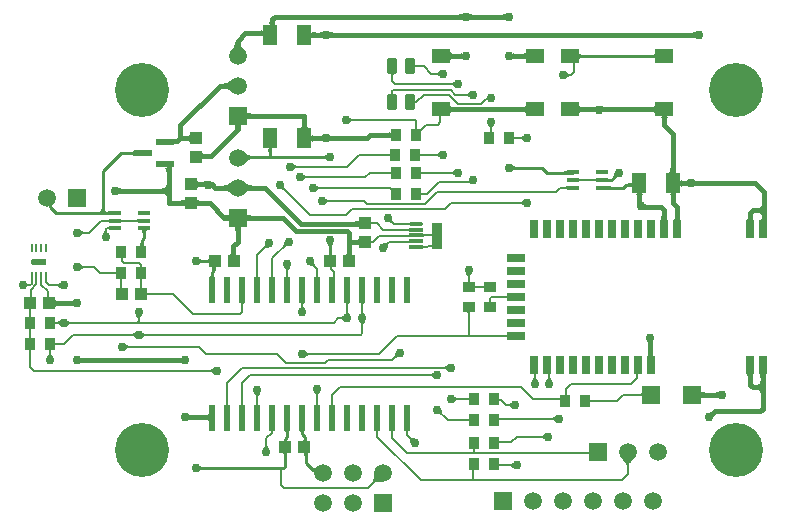
<source format=gtl>
G04*
G04 #@! TF.GenerationSoftware,Altium Limited,Altium Designer,20.1.8 (145)*
G04*
G04 Layer_Physical_Order=1*
G04 Layer_Color=255*
%FSLAX25Y25*%
%MOIN*%
G70*
G04*
G04 #@! TF.SameCoordinates,9FEF0589-292D-4462-8DC4-F6EDC39D71BC*
G04*
G04*
G04 #@! TF.FilePolarity,Positive*
G04*
G01*
G75*
%ADD10C,0.01000*%
%ADD14C,0.00600*%
%ADD17R,0.04250X0.01400*%
%ADD18R,0.02756X0.05906*%
%ADD19R,0.05906X0.02756*%
%ADD20R,0.03937X0.03543*%
%ADD21R,0.04724X0.01181*%
G04:AMPARAMS|DCode=22|XSize=11.81mil|YSize=47.24mil|CornerRadius=2.95mil|HoleSize=0mil|Usage=FLASHONLY|Rotation=90.000|XOffset=0mil|YOffset=0mil|HoleType=Round|Shape=RoundedRectangle|*
%AMROUNDEDRECTD22*
21,1,0.01181,0.04134,0,0,90.0*
21,1,0.00591,0.04724,0,0,90.0*
1,1,0.00591,0.02067,0.00295*
1,1,0.00591,0.02067,-0.00295*
1,1,0.00591,-0.02067,-0.00295*
1,1,0.00591,-0.02067,0.00295*
%
%ADD22ROUNDEDRECTD22*%
%ADD23R,0.03500X0.09000*%
%ADD24R,0.00900X0.02900*%
G04:AMPARAMS|DCode=25|XSize=50mil|YSize=19.68mil|CornerRadius=2.46mil|HoleSize=0mil|Usage=FLASHONLY|Rotation=0.000|XOffset=0mil|YOffset=0mil|HoleType=Round|Shape=RoundedRectangle|*
%AMROUNDEDRECTD25*
21,1,0.05000,0.01476,0,0,0.0*
21,1,0.04508,0.01968,0,0,0.0*
1,1,0.00492,0.02254,-0.00738*
1,1,0.00492,-0.02254,-0.00738*
1,1,0.00492,-0.02254,0.00738*
1,1,0.00492,0.02254,0.00738*
%
%ADD25ROUNDEDRECTD25*%
%ADD26R,0.02362X0.08661*%
%ADD27R,0.03937X0.03937*%
%ADD28R,0.06100X0.05100*%
%ADD29R,0.03543X0.03937*%
%ADD30R,0.03937X0.03937*%
%ADD31R,0.05906X0.02362*%
%ADD32R,0.05118X0.07087*%
G04:AMPARAMS|DCode=33|XSize=54.72mil|YSize=31.1mil|CornerRadius=3.89mil|HoleSize=0mil|Usage=FLASHONLY|Rotation=270.000|XOffset=0mil|YOffset=0mil|HoleType=Round|Shape=RoundedRectangle|*
%AMROUNDEDRECTD33*
21,1,0.05472,0.02333,0,0,270.0*
21,1,0.04695,0.03110,0,0,270.0*
1,1,0.00778,-0.01166,-0.02347*
1,1,0.00778,-0.01166,0.02347*
1,1,0.00778,0.01166,0.02347*
1,1,0.00778,0.01166,-0.02347*
%
%ADD33ROUNDEDRECTD33*%
%ADD34R,0.05906X0.05906*%
%ADD55C,0.01500*%
%ADD56C,0.05906*%
%ADD57C,0.02165*%
%ADD58C,0.18000*%
%ADD59C,0.03000*%
G36*
X86429Y181450D02*
X86283Y181593D01*
X86003Y181833D01*
X85868Y181930D01*
X85737Y182012D01*
X85609Y182080D01*
X85484Y182132D01*
X85362Y182170D01*
X85245Y182193D01*
X85130Y182200D01*
Y182800D01*
X85245Y182808D01*
X85362Y182830D01*
X85484Y182868D01*
X85609Y182920D01*
X85737Y182987D01*
X85868Y183070D01*
X86003Y183168D01*
X86142Y183280D01*
X86429Y183550D01*
Y181450D01*
D02*
G37*
G36*
X82420Y178940D02*
X82429Y178836D01*
X82444Y178744D01*
X82465Y178665D01*
X82492Y178597D01*
X82525Y178542D01*
X82564Y178500D01*
X82609Y178469D01*
X82660Y178451D01*
X82717Y178445D01*
X81517D01*
X81574Y178451D01*
X81625Y178469D01*
X81670Y178500D01*
X81709Y178542D01*
X81742Y178597D01*
X81769Y178665D01*
X81790Y178744D01*
X81805Y178836D01*
X81814Y178940D01*
X81817Y179057D01*
X82417D01*
X82420Y178940D01*
D02*
G37*
G36*
X76803D02*
X76812Y178836D01*
X76827Y178744D01*
X76848Y178665D01*
X76875Y178597D01*
X76908Y178542D01*
X76947Y178500D01*
X76992Y178469D01*
X77043Y178451D01*
X77100Y178445D01*
X75900D01*
X75957Y178451D01*
X76008Y178469D01*
X76053Y178500D01*
X76092Y178542D01*
X76125Y178597D01*
X76152Y178665D01*
X76173Y178744D01*
X76188Y178836D01*
X76197Y178940D01*
X76200Y179057D01*
X76800D01*
X76803Y178940D01*
D02*
G37*
G36*
X90929Y175450D02*
X90865Y175507D01*
X90790Y175558D01*
X90704Y175603D01*
X90607Y175642D01*
X90500Y175675D01*
X90382Y175702D01*
X90253Y175723D01*
X90113Y175738D01*
X89801Y175750D01*
Y177250D01*
X89962Y177253D01*
X90253Y177277D01*
X90382Y177298D01*
X90500Y177325D01*
X90607Y177358D01*
X90704Y177397D01*
X90790Y177442D01*
X90865Y177493D01*
X90929Y177550D01*
Y175450D01*
D02*
G37*
G36*
X84609Y177857D02*
X84655Y177730D01*
X84730Y177618D01*
X84836Y177520D01*
X84972Y177437D01*
X85138Y177370D01*
X85335Y177318D01*
X85562Y177280D01*
X85819Y177258D01*
X86106Y177250D01*
Y175750D01*
X85819Y175742D01*
X85562Y175720D01*
X85335Y175682D01*
X85138Y175630D01*
X84972Y175563D01*
X84836Y175480D01*
X84730Y175382D01*
X84655Y175270D01*
X84609Y175143D01*
X84594Y175000D01*
Y178000D01*
X84609Y177857D01*
D02*
G37*
G36*
X76696Y174549D02*
X76645Y174531D01*
X76600Y174500D01*
X76561Y174458D01*
X76529Y174402D01*
X76502Y174335D01*
X76481Y174256D01*
X76465Y174164D01*
X76456Y174060D01*
X76454Y173943D01*
X75854D01*
X75850Y174060D01*
X75841Y174164D01*
X75827Y174256D01*
X75805Y174335D01*
X75779Y174402D01*
X75745Y174458D01*
X75706Y174500D01*
X75661Y174531D01*
X75611Y174549D01*
X75554Y174556D01*
X76753D01*
X76696Y174549D01*
D02*
G37*
G36*
X76456Y172440D02*
X76465Y172336D01*
X76481Y172244D01*
X76502Y172165D01*
X76529Y172098D01*
X76561Y172042D01*
X76600Y172000D01*
X76645Y171969D01*
X76696Y171951D01*
X76753Y171944D01*
X75554D01*
X75611Y171951D01*
X75661Y171969D01*
X75706Y172000D01*
X75745Y172042D01*
X75779Y172098D01*
X75805Y172165D01*
X75827Y172244D01*
X75841Y172336D01*
X75850Y172440D01*
X75854Y172556D01*
X76454D01*
X76456Y172440D01*
D02*
G37*
G36*
X86429Y168950D02*
X86283Y169093D01*
X86003Y169333D01*
X85868Y169430D01*
X85737Y169512D01*
X85609Y169580D01*
X85484Y169632D01*
X85362Y169670D01*
X85245Y169693D01*
X85152Y169699D01*
X85090Y169697D01*
X84986Y169688D01*
X84894Y169673D01*
X84814Y169652D01*
X84747Y169625D01*
X84692Y169592D01*
X84649Y169553D01*
X84619Y169508D01*
X84600Y169457D01*
X84594Y169400D01*
Y170600D01*
X84600Y170543D01*
X84619Y170492D01*
X84649Y170447D01*
X84692Y170408D01*
X84747Y170375D01*
X84814Y170348D01*
X84894Y170327D01*
X84986Y170312D01*
X85090Y170303D01*
X85152Y170301D01*
X85245Y170308D01*
X85362Y170330D01*
X85484Y170368D01*
X85609Y170420D01*
X85737Y170487D01*
X85868Y170570D01*
X86003Y170668D01*
X86142Y170780D01*
X86429Y171050D01*
Y168950D01*
D02*
G37*
G36*
X88717Y170907D02*
X88997Y170668D01*
X89132Y170570D01*
X89263Y170487D01*
X89391Y170420D01*
X89516Y170368D01*
X89638Y170330D01*
X89755Y170308D01*
X89870Y170300D01*
Y169700D01*
X89755Y169693D01*
X89638Y169670D01*
X89516Y169632D01*
X89391Y169580D01*
X89263Y169512D01*
X89132Y169430D01*
X88997Y169333D01*
X88858Y169220D01*
X88571Y168950D01*
Y171050D01*
X88717Y170907D01*
D02*
G37*
G36*
X76696Y168049D02*
X76645Y168031D01*
X76600Y168000D01*
X76561Y167958D01*
X76529Y167903D01*
X76502Y167835D01*
X76481Y167756D01*
X76465Y167664D01*
X76456Y167560D01*
X76454Y167444D01*
X75854D01*
X75850Y167560D01*
X75841Y167664D01*
X75827Y167756D01*
X75805Y167835D01*
X75779Y167903D01*
X75745Y167958D01*
X75706Y168000D01*
X75661Y168031D01*
X75611Y168049D01*
X75554Y168055D01*
X76753D01*
X76696Y168049D01*
D02*
G37*
G36*
X76456Y165440D02*
X76465Y165336D01*
X76481Y165244D01*
X76502Y165165D01*
X76529Y165097D01*
X76561Y165042D01*
X76600Y165000D01*
X76645Y164969D01*
X76696Y164951D01*
X76753Y164945D01*
X75554D01*
X75611Y164951D01*
X75661Y164969D01*
X75706Y165000D01*
X75745Y165042D01*
X75779Y165097D01*
X75805Y165165D01*
X75827Y165244D01*
X75841Y165336D01*
X75850Y165440D01*
X75854Y165557D01*
X76454D01*
X76456Y165440D01*
D02*
G37*
G36*
X84600Y163543D02*
X84619Y163492D01*
X84649Y163447D01*
X84692Y163408D01*
X84747Y163375D01*
X84814Y163348D01*
X84894Y163327D01*
X84986Y163312D01*
X85090Y163303D01*
X85206Y163300D01*
Y162700D01*
X85090Y162697D01*
X84986Y162688D01*
X84894Y162673D01*
X84814Y162652D01*
X84747Y162625D01*
X84692Y162592D01*
X84649Y162553D01*
X84619Y162508D01*
X84600Y162457D01*
X84594Y162400D01*
Y163600D01*
X84600Y163543D01*
D02*
G37*
G36*
X83389Y161049D02*
X83338Y161031D01*
X83293Y161000D01*
X83254Y160958D01*
X83222Y160903D01*
X83194Y160835D01*
X83174Y160756D01*
X83158Y160664D01*
X83149Y160560D01*
X83147Y160443D01*
X82547D01*
X82543Y160560D01*
X82534Y160664D01*
X82519Y160756D01*
X82499Y160835D01*
X82472Y160903D01*
X82438Y160958D01*
X82399Y161000D01*
X82354Y161031D01*
X82303Y161049D01*
X82247Y161056D01*
X83447D01*
X83389Y161049D01*
D02*
G37*
G36*
X76696D02*
X76645Y161031D01*
X76600Y161000D01*
X76561Y160958D01*
X76529Y160903D01*
X76502Y160835D01*
X76481Y160756D01*
X76465Y160664D01*
X76456Y160560D01*
X76454Y160443D01*
X75854D01*
X75850Y160560D01*
X75841Y160664D01*
X75827Y160756D01*
X75805Y160835D01*
X75779Y160903D01*
X75745Y160958D01*
X75706Y161000D01*
X75661Y161031D01*
X75611Y161049D01*
X75554Y161056D01*
X76753D01*
X76696Y161049D01*
D02*
G37*
G36*
X83154Y159774D02*
X83178Y159655D01*
X83217Y159535D01*
X83273Y159414D01*
X83343Y159292D01*
X83430Y159170D01*
X83533Y159047D01*
X83651Y158923D01*
X83785Y158798D01*
X83935Y158673D01*
X81846Y158458D01*
X81979Y158624D01*
X82203Y158936D01*
X82294Y159083D01*
X82371Y159223D01*
X82434Y159357D01*
X82483Y159485D01*
X82518Y159606D01*
X82539Y159721D01*
X82547Y159830D01*
X83147Y159893D01*
X83154Y159774D01*
D02*
G37*
G36*
X133814Y121000D02*
X133675Y120994D01*
X133539Y120978D01*
X133407Y120950D01*
X133277Y120912D01*
X133151Y120862D01*
X133029Y120802D01*
X132910Y120730D01*
X132793Y120648D01*
X132681Y120554D01*
X132571Y120450D01*
Y122550D01*
X132681Y122445D01*
X132793Y122352D01*
X132910Y122269D01*
X133029Y122198D01*
X133151Y122137D01*
X133277Y122088D01*
X133407Y122049D01*
X133539Y122022D01*
X133675Y122005D01*
X133814Y122000D01*
Y121000D01*
D02*
G37*
G36*
X134331Y139250D02*
X134616Y139258D01*
X134871Y139280D01*
X135096Y139318D01*
X135291Y139370D01*
X135456Y139437D01*
X135591Y139520D01*
X135696Y139618D01*
X135771Y139730D01*
X135816Y139857D01*
X135831Y140000D01*
Y137000D01*
X135816Y137143D01*
X135771Y137270D01*
X135696Y137382D01*
X135591Y137480D01*
X135456Y137563D01*
X135291Y137630D01*
X135096Y137682D01*
X134871Y137720D01*
X134616Y137742D01*
X134331Y137750D01*
Y139250D01*
D02*
G37*
G36*
X130199Y137750D02*
X130038Y137747D01*
X129747Y137723D01*
X129618Y137702D01*
X129500Y137675D01*
X129393Y137642D01*
X129296Y137603D01*
X129210Y137558D01*
X129135Y137507D01*
X129071Y137450D01*
Y139550D01*
X129135Y139493D01*
X129210Y139442D01*
X129296Y139397D01*
X129393Y139358D01*
X129500Y139325D01*
X129618Y139298D01*
X129747Y139277D01*
X129887Y139262D01*
X130199Y139250D01*
Y137750D01*
D02*
G37*
G36*
X125781Y158214D02*
X125942Y158217D01*
X126232Y158242D01*
X126361Y158264D01*
X126479Y158292D01*
X126585Y158326D01*
X126681Y158366D01*
X126767Y158413D01*
X126841Y158465D01*
X126904Y158524D01*
X126954Y156425D01*
X126889Y156480D01*
X126814Y156529D01*
X126727Y156572D01*
X126630Y156610D01*
X126522Y156642D01*
X126404Y156668D01*
X126275Y156688D01*
X126135Y156703D01*
X125822Y156714D01*
X125781Y158214D01*
D02*
G37*
G36*
X94178Y156714D02*
X94016Y156711D01*
X93726Y156688D01*
X93596Y156668D01*
X93478Y156642D01*
X93370Y156610D01*
X93273Y156572D01*
X93186Y156529D01*
X93111Y156480D01*
X93046Y156425D01*
X93096Y158524D01*
X93159Y158465D01*
X93234Y158413D01*
X93319Y158366D01*
X93415Y158326D01*
X93521Y158292D01*
X93639Y158264D01*
X93768Y158242D01*
X93907Y158227D01*
X94219Y158214D01*
X94178Y156714D01*
D02*
G37*
G36*
X109370Y161700D02*
X109255Y161693D01*
X109137Y161670D01*
X109016Y161633D01*
X108891Y161580D01*
X108763Y161512D01*
X108632Y161430D01*
X108497Y161332D01*
X108358Y161220D01*
X108071Y160950D01*
Y163050D01*
X108217Y162908D01*
X108497Y162668D01*
X108632Y162570D01*
X108763Y162487D01*
X108891Y162420D01*
X109016Y162367D01*
X109137Y162330D01*
X109255Y162308D01*
X109370Y162300D01*
Y161700D01*
D02*
G37*
G36*
X110130Y166300D02*
X110245Y166307D01*
X110363Y166330D01*
X110484Y166367D01*
X110608Y166420D01*
X110737Y166488D01*
X110868Y166570D01*
X111003Y166667D01*
X111142Y166780D01*
X111429Y167050D01*
Y164950D01*
X111284Y165093D01*
X111003Y165332D01*
X110868Y165430D01*
X110737Y165513D01*
X110608Y165580D01*
X110484Y165632D01*
X110363Y165670D01*
X110245Y165692D01*
X110130Y165700D01*
Y166300D01*
D02*
G37*
G36*
X114870Y165700D02*
X114755Y165692D01*
X114637Y165670D01*
X114516Y165632D01*
X114392Y165580D01*
X114263Y165513D01*
X114132Y165430D01*
X113997Y165332D01*
X113858Y165220D01*
X113571Y164950D01*
Y167050D01*
X113716Y166908D01*
X113997Y166667D01*
X114132Y166570D01*
X114263Y166488D01*
X114392Y166420D01*
X114516Y166367D01*
X114637Y166330D01*
X114755Y166307D01*
X114870Y166300D01*
Y165700D01*
D02*
G37*
G36*
X104906Y185900D02*
X104900Y185957D01*
X104881Y186008D01*
X104851Y186053D01*
X104808Y186092D01*
X104753Y186125D01*
X104686Y186152D01*
X104606Y186173D01*
X104514Y186188D01*
X104410Y186197D01*
X104294Y186200D01*
Y186800D01*
X104410Y186803D01*
X104514Y186812D01*
X104606Y186827D01*
X104686Y186848D01*
X104753Y186875D01*
X104808Y186908D01*
X104851Y186947D01*
X104881Y186992D01*
X104900Y187043D01*
X104906Y187100D01*
Y185900D01*
D02*
G37*
G36*
X113890Y184549D02*
X113839Y184531D01*
X113794Y184500D01*
X113754Y184458D01*
X113722Y184403D01*
X113695Y184335D01*
X113673Y184256D01*
X113658Y184164D01*
X113649Y184060D01*
X113646Y183943D01*
X113047D01*
X113043Y184060D01*
X113034Y184164D01*
X113020Y184256D01*
X112998Y184335D01*
X112971Y184403D01*
X112938Y184458D01*
X112899Y184500D01*
X112855Y184531D01*
X112803Y184549D01*
X112747Y184555D01*
X113946D01*
X113890Y184549D01*
D02*
G37*
G36*
X107197D02*
X107146Y184531D01*
X107100Y184500D01*
X107062Y184458D01*
X107028Y184403D01*
X107001Y184335D01*
X106981Y184256D01*
X106966Y184164D01*
X106957Y184060D01*
X106954Y183943D01*
X106353D01*
X106351Y184060D01*
X106342Y184164D01*
X106326Y184256D01*
X106306Y184335D01*
X106279Y184403D01*
X106246Y184458D01*
X106207Y184500D01*
X106162Y184531D01*
X106111Y184549D01*
X106053Y184555D01*
X107254D01*
X107197Y184549D01*
D02*
G37*
G36*
X113649Y181940D02*
X113658Y181836D01*
X113673Y181744D01*
X113695Y181665D01*
X113722Y181597D01*
X113754Y181542D01*
X113794Y181500D01*
X113839Y181469D01*
X113890Y181451D01*
X113946Y181445D01*
X112747D01*
X112803Y181451D01*
X112855Y181469D01*
X112899Y181500D01*
X112938Y181542D01*
X112971Y181597D01*
X112998Y181665D01*
X113020Y181744D01*
X113034Y181836D01*
X113043Y181940D01*
X113047Y182056D01*
X113646D01*
X113649Y181940D01*
D02*
G37*
G36*
X106957D02*
X106966Y181836D01*
X106981Y181744D01*
X107001Y181665D01*
X107028Y181597D01*
X107062Y181542D01*
X107100Y181500D01*
X107146Y181469D01*
X107197Y181451D01*
X107254Y181445D01*
X106053D01*
X106111Y181451D01*
X106162Y181469D01*
X106207Y181500D01*
X106246Y181542D01*
X106279Y181597D01*
X106306Y181665D01*
X106326Y181744D01*
X106342Y181836D01*
X106351Y181940D01*
X106353Y182056D01*
X106954D01*
X106957Y181940D01*
D02*
G37*
G36*
X115112Y180240D02*
X115130Y180189D01*
X115160Y180144D01*
X115202Y180105D01*
X115256Y180072D01*
X115322Y180045D01*
X115400Y180024D01*
X115490Y180009D01*
X115592Y180000D01*
X115706Y179997D01*
Y179397D01*
X115592Y179394D01*
X115490Y179385D01*
X115400Y179370D01*
X115322Y179349D01*
X115256Y179322D01*
X115202Y179289D01*
X115160Y179250D01*
X115130Y179205D01*
X115112Y179154D01*
X115106Y179097D01*
Y180297D01*
X115112Y180240D01*
D02*
G37*
G36*
X113408Y172283D02*
X113168Y172003D01*
X113070Y171868D01*
X112987Y171737D01*
X112920Y171608D01*
X112867Y171484D01*
X112830Y171362D01*
X112808Y171245D01*
X112800Y171130D01*
X112200D01*
X112192Y171245D01*
X112170Y171362D01*
X112133Y171484D01*
X112080Y171608D01*
X112013Y171737D01*
X111930Y171868D01*
X111832Y172003D01*
X111720Y172142D01*
X111450Y172429D01*
X113550D01*
X113408Y172283D01*
D02*
G37*
G36*
X112806Y170786D02*
X112824Y170684D01*
X112854Y170594D01*
X112896Y170516D01*
X112950Y170450D01*
X113016Y170396D01*
X113094Y170354D01*
X113184Y170324D01*
X113286Y170306D01*
X113400Y170300D01*
X112500Y169700D01*
X111600Y170300D01*
X111714Y170306D01*
X111816Y170324D01*
X111906Y170354D01*
X111984Y170396D01*
X112050Y170450D01*
X112104Y170516D01*
X112146Y170594D01*
X112176Y170684D01*
X112194Y170786D01*
X112200Y170900D01*
X112800D01*
X112806Y170786D01*
D02*
G37*
G36*
X177303Y143043D02*
X177312Y142938D01*
X177327Y142847D01*
X177348Y142767D01*
X177375Y142700D01*
X177408Y142645D01*
X177447Y142602D01*
X177492Y142571D01*
X177543Y142553D01*
X177600Y142547D01*
X176400D01*
X176457Y142553D01*
X176508Y142571D01*
X176553Y142602D01*
X176592Y142645D01*
X176625Y142700D01*
X176652Y142767D01*
X176673Y142847D01*
X176688Y142938D01*
X176697Y143043D01*
X176700Y143159D01*
X177300D01*
X177303Y143043D01*
D02*
G37*
G36*
X172303D02*
X172312Y142938D01*
X172327Y142847D01*
X172348Y142767D01*
X172375Y142700D01*
X172408Y142645D01*
X172447Y142602D01*
X172492Y142571D01*
X172543Y142553D01*
X172600Y142547D01*
X171400D01*
X171457Y142553D01*
X171508Y142571D01*
X171553Y142602D01*
X171592Y142645D01*
X171625Y142700D01*
X171652Y142767D01*
X171673Y142847D01*
X171688Y142938D01*
X171697Y143043D01*
X171700Y143159D01*
X172300D01*
X172303Y143043D01*
D02*
G37*
G36*
X152303D02*
X152312Y142938D01*
X152327Y142847D01*
X152348Y142767D01*
X152375Y142700D01*
X152408Y142645D01*
X152447Y142602D01*
X152492Y142571D01*
X152543Y142553D01*
X152600Y142547D01*
X151400D01*
X151457Y142553D01*
X151508Y142571D01*
X151553Y142602D01*
X151592Y142645D01*
X151625Y142700D01*
X151652Y142767D01*
X151673Y142847D01*
X151688Y142938D01*
X151697Y143043D01*
X151700Y143159D01*
X152300D01*
X152303Y143043D01*
D02*
G37*
G36*
X147303D02*
X147312Y142938D01*
X147327Y142847D01*
X147348Y142767D01*
X147375Y142700D01*
X147408Y142645D01*
X147447Y142602D01*
X147492Y142571D01*
X147543Y142553D01*
X147600Y142547D01*
X146400D01*
X146457Y142553D01*
X146508Y142571D01*
X146553Y142602D01*
X146592Y142645D01*
X146625Y142700D01*
X146652Y142767D01*
X146673Y142847D01*
X146688Y142938D01*
X146697Y143043D01*
X146700Y143159D01*
X147300D01*
X147303Y143043D01*
D02*
G37*
G36*
X142303D02*
X142312Y142938D01*
X142327Y142847D01*
X142348Y142767D01*
X142375Y142700D01*
X142408Y142645D01*
X142447Y142602D01*
X142492Y142571D01*
X142543Y142553D01*
X142600Y142547D01*
X141400D01*
X141457Y142553D01*
X141508Y142571D01*
X141553Y142602D01*
X141592Y142645D01*
X141625Y142700D01*
X141652Y142767D01*
X141673Y142847D01*
X141688Y142938D01*
X141697Y143043D01*
X141700Y143159D01*
X142300D01*
X142303Y143043D01*
D02*
G37*
G36*
X157372Y133928D02*
X157328Y133911D01*
X157289Y133882D01*
X157255Y133842D01*
X157226Y133790D01*
X157203Y133727D01*
X157184Y133653D01*
X157171Y133567D01*
X157164Y133470D01*
X157161Y133361D01*
X156561D01*
X156558Y133470D01*
X156551Y133567D01*
X156537Y133653D01*
X156519Y133727D01*
X156496Y133790D01*
X156467Y133842D01*
X156433Y133882D01*
X156394Y133911D01*
X156350Y133928D01*
X156300Y133933D01*
X157421D01*
X157372Y133928D01*
D02*
G37*
G36*
X167850Y133924D02*
X167778Y133896D01*
X167714Y133849D01*
X167658Y133783D01*
X167611Y133699D01*
X167573Y133596D01*
X167543Y133474D01*
X167522Y133333D01*
X167509Y133174D01*
X167505Y132995D01*
X166505D01*
X166500Y133174D01*
X166488Y133333D01*
X166466Y133474D01*
X166437Y133596D01*
X166398Y133699D01*
X166351Y133783D01*
X166296Y133849D01*
X166232Y133896D01*
X166159Y133924D01*
X166079Y133933D01*
X167931D01*
X167850Y133924D01*
D02*
G37*
G36*
X162905Y133923D02*
X162820Y133893D01*
X162745Y133842D01*
X162680Y133772D01*
X162625Y133680D01*
X162580Y133569D01*
X162545Y133438D01*
X162520Y133286D01*
X162505Y133114D01*
X162500Y132921D01*
X161500D01*
X161495Y133114D01*
X161480Y133286D01*
X161455Y133438D01*
X161420Y133569D01*
X161375Y133680D01*
X161320Y133772D01*
X161255Y133842D01*
X161180Y133893D01*
X161095Y133923D01*
X161000Y133933D01*
X163000D01*
X162905Y133923D01*
D02*
G37*
G36*
X168505Y131264D02*
X168520Y131092D01*
X168545Y130940D01*
X168580Y130809D01*
X168625Y130698D01*
X168680Y130606D01*
X168745Y130536D01*
X168820Y130485D01*
X168905Y130455D01*
X169000Y130445D01*
X167000D01*
X167095Y130455D01*
X167180Y130485D01*
X167255Y130536D01*
X167320Y130606D01*
X167375Y130698D01*
X167420Y130809D01*
X167455Y130940D01*
X167480Y131092D01*
X167495Y131264D01*
X167500Y131456D01*
X168500D01*
X168505Y131264D01*
D02*
G37*
G36*
X161887Y131204D02*
X161900Y131045D01*
X161921Y130904D01*
X161951Y130782D01*
X161989Y130679D01*
X162036Y130595D01*
X162092Y130529D01*
X162155Y130482D01*
X162228Y130454D01*
X162309Y130445D01*
X160457D01*
X160538Y130454D01*
X160610Y130482D01*
X160674Y130529D01*
X160729Y130595D01*
X160776Y130679D01*
X160814Y130782D01*
X160844Y130904D01*
X160866Y131045D01*
X160879Y131204D01*
X160883Y131383D01*
X161883D01*
X161887Y131204D01*
D02*
G37*
G36*
X155307Y129255D02*
X155330Y129138D01*
X155368Y129016D01*
X155420Y128892D01*
X155488Y128763D01*
X155570Y128632D01*
X155667Y128497D01*
X155780Y128358D01*
X156050Y128071D01*
X153950D01*
X154093Y128217D01*
X154332Y128497D01*
X154430Y128632D01*
X154513Y128763D01*
X154580Y128892D01*
X154632Y129016D01*
X154670Y129138D01*
X154692Y129255D01*
X154700Y129370D01*
X155300D01*
X155307Y129255D01*
D02*
G37*
G36*
X169120Y126545D02*
X169035Y126515D01*
X168960Y126464D01*
X168895Y126394D01*
X168840Y126303D01*
X168795Y126191D01*
X168760Y126060D01*
X168735Y125908D01*
X168720Y125736D01*
X168715Y125543D01*
X167715D01*
X167710Y125736D01*
X167695Y125908D01*
X167670Y126060D01*
X167635Y126191D01*
X167590Y126303D01*
X167535Y126394D01*
X167470Y126464D01*
X167395Y126515D01*
X167310Y126545D01*
X167215Y126556D01*
X169215D01*
X169120Y126545D01*
D02*
G37*
G36*
X162288D02*
X162203Y126515D01*
X162128Y126464D01*
X162063Y126394D01*
X162008Y126303D01*
X161963Y126191D01*
X161928Y126060D01*
X161903Y125908D01*
X161888Y125736D01*
X161883Y125543D01*
X160883D01*
X160878Y125736D01*
X160863Y125908D01*
X160838Y126060D01*
X160803Y126191D01*
X160758Y126303D01*
X160703Y126394D01*
X160638Y126464D01*
X160563Y126515D01*
X160478Y126545D01*
X160383Y126556D01*
X162383D01*
X162288Y126545D01*
D02*
G37*
G36*
X170907Y120401D02*
X170561Y120439D01*
Y121439D01*
X171257Y121444D01*
X170907Y120401D01*
D02*
G37*
G36*
X160797Y121000D02*
X160703Y120994D01*
X160618Y120976D01*
X160544Y120946D01*
X160479Y120904D01*
X160424Y120850D01*
X160380Y120784D01*
X160345Y120706D01*
X160320Y120616D01*
X160308Y120532D01*
X160300Y120100D01*
X159700D01*
X159676Y120560D01*
X159660Y120616D01*
X159610Y120706D01*
X159540Y120784D01*
X159450Y120850D01*
X159340Y120904D01*
X159210Y120946D01*
X159060Y120976D01*
X158890Y120994D01*
X158700Y121000D01*
X160000Y122000D01*
X160797Y121000D01*
D02*
G37*
G36*
X177803Y185562D02*
X177812Y185458D01*
X177827Y185366D01*
X177848Y185287D01*
X177875Y185220D01*
X177908Y185164D01*
X177947Y185122D01*
X177992Y185091D01*
X178043Y185073D01*
X178100Y185066D01*
X176900D01*
X176957Y185073D01*
X177008Y185091D01*
X177053Y185122D01*
X177092Y185164D01*
X177125Y185220D01*
X177152Y185287D01*
X177173Y185366D01*
X177188Y185458D01*
X177197Y185562D01*
X177200Y185679D01*
X177800D01*
X177803Y185562D01*
D02*
G37*
G36*
X172303D02*
X172312Y185458D01*
X172327Y185366D01*
X172348Y185287D01*
X172375Y185220D01*
X172408Y185164D01*
X172447Y185122D01*
X172492Y185091D01*
X172543Y185073D01*
X172600Y185066D01*
X171400D01*
X171457Y185073D01*
X171508Y185091D01*
X171553Y185122D01*
X171592Y185164D01*
X171625Y185220D01*
X171652Y185287D01*
X171673Y185366D01*
X171688Y185458D01*
X171697Y185562D01*
X171700Y185679D01*
X172300D01*
X172303Y185562D01*
D02*
G37*
G36*
X162303D02*
X162312Y185458D01*
X162327Y185366D01*
X162348Y185287D01*
X162375Y185220D01*
X162408Y185164D01*
X162447Y185122D01*
X162492Y185091D01*
X162543Y185073D01*
X162600Y185066D01*
X161400D01*
X161457Y185073D01*
X161508Y185091D01*
X161553Y185122D01*
X161592Y185164D01*
X161625Y185220D01*
X161652Y185287D01*
X161673Y185366D01*
X161688Y185458D01*
X161697Y185562D01*
X161700Y185679D01*
X162300D01*
X162303Y185562D01*
D02*
G37*
G36*
X157303D02*
X157312Y185458D01*
X157327Y185366D01*
X157348Y185287D01*
X157375Y185220D01*
X157408Y185164D01*
X157447Y185122D01*
X157492Y185091D01*
X157543Y185073D01*
X157600Y185066D01*
X156400D01*
X156457Y185073D01*
X156508Y185091D01*
X156553Y185122D01*
X156592Y185164D01*
X156625Y185220D01*
X156652Y185287D01*
X156673Y185366D01*
X156688Y185458D01*
X156697Y185562D01*
X156700Y185679D01*
X157300D01*
X157303Y185562D01*
D02*
G37*
G36*
X152303D02*
X152312Y185458D01*
X152327Y185366D01*
X152348Y185287D01*
X152375Y185220D01*
X152408Y185164D01*
X152447Y185122D01*
X152492Y185091D01*
X152543Y185073D01*
X152600Y185066D01*
X151400D01*
X151457Y185073D01*
X151508Y185091D01*
X151553Y185122D01*
X151592Y185164D01*
X151625Y185220D01*
X151652Y185287D01*
X151673Y185366D01*
X151688Y185458D01*
X151697Y185562D01*
X151700Y185679D01*
X152300D01*
X152303Y185562D01*
D02*
G37*
G36*
X137505Y185886D02*
X137520Y185714D01*
X137545Y185562D01*
X137580Y185431D01*
X137625Y185319D01*
X137680Y185229D01*
X137745Y185158D01*
X137820Y185107D01*
X137905Y185077D01*
X138000Y185066D01*
X136000D01*
X136095Y185077D01*
X136180Y185107D01*
X136255Y185158D01*
X136320Y185229D01*
X136375Y185319D01*
X136420Y185431D01*
X136455Y185562D01*
X136480Y185714D01*
X136495Y185886D01*
X136500Y186079D01*
X137500D01*
X137505Y185886D01*
D02*
G37*
G36*
X182543Y176447D02*
X182492Y176429D01*
X182447Y176398D01*
X182408Y176355D01*
X182375Y176300D01*
X182348Y176233D01*
X182327Y176153D01*
X182312Y176061D01*
X182303Y175957D01*
X182300Y175841D01*
X181700D01*
X181697Y175957D01*
X181688Y176061D01*
X181673Y176153D01*
X181652Y176233D01*
X181625Y176300D01*
X181592Y176355D01*
X181553Y176398D01*
X181508Y176429D01*
X181457Y176447D01*
X181400Y176453D01*
X182600D01*
X182543Y176447D01*
D02*
G37*
G36*
X147543D02*
X147492Y176429D01*
X147447Y176398D01*
X147408Y176355D01*
X147375Y176300D01*
X147348Y176233D01*
X147327Y176153D01*
X147312Y176061D01*
X147303Y175957D01*
X147300Y175841D01*
X146700D01*
X146697Y175957D01*
X146688Y176061D01*
X146673Y176153D01*
X146652Y176233D01*
X146625Y176300D01*
X146592Y176355D01*
X146553Y176398D01*
X146508Y176429D01*
X146457Y176447D01*
X146400Y176453D01*
X147600D01*
X147543Y176447D01*
D02*
G37*
G36*
X167543D02*
X167492Y176429D01*
X167447Y176398D01*
X167408Y176355D01*
X167375Y176300D01*
X167348Y176233D01*
X167327Y176153D01*
X167312Y176061D01*
X167303Y175957D01*
X167300Y175862D01*
X167307Y175755D01*
X167330Y175637D01*
X167367Y175516D01*
X167420Y175391D01*
X167488Y175263D01*
X167570Y175132D01*
X167667Y174997D01*
X167780Y174858D01*
X168050Y174571D01*
X165950D01*
X166093Y174716D01*
X166332Y174997D01*
X166430Y175132D01*
X166513Y175263D01*
X166580Y175391D01*
X166632Y175516D01*
X166670Y175637D01*
X166692Y175755D01*
X166700Y175862D01*
X166697Y175957D01*
X166688Y176061D01*
X166673Y176153D01*
X166652Y176233D01*
X166625Y176300D01*
X166592Y176355D01*
X166553Y176398D01*
X166508Y176429D01*
X166457Y176447D01*
X166400Y176453D01*
X167600D01*
X167543Y176447D01*
D02*
G37*
G36*
X182308Y173755D02*
X182330Y173637D01*
X182368Y173516D01*
X182420Y173391D01*
X182487Y173263D01*
X182570Y173132D01*
X182668Y172997D01*
X182780Y172858D01*
X183050Y172571D01*
X180950D01*
X181093Y172716D01*
X181333Y172997D01*
X181430Y173132D01*
X181512Y173263D01*
X181580Y173391D01*
X181632Y173516D01*
X181670Y173637D01*
X181693Y173755D01*
X181700Y173870D01*
X182300D01*
X182308Y173755D01*
D02*
G37*
G36*
X180929Y170450D02*
X180783Y170592D01*
X180503Y170833D01*
X180368Y170930D01*
X180237Y171012D01*
X180108Y171080D01*
X179984Y171133D01*
X179862Y171170D01*
X179745Y171193D01*
X179630Y171200D01*
Y171800D01*
X179745Y171808D01*
X179862Y171830D01*
X179984Y171868D01*
X180108Y171920D01*
X180237Y171987D01*
X180368Y172070D01*
X180503Y172168D01*
X180642Y172280D01*
X180929Y172550D01*
Y170450D01*
D02*
G37*
G36*
X168217Y160407D02*
X168497Y160168D01*
X168632Y160070D01*
X168763Y159987D01*
X168892Y159920D01*
X169016Y159868D01*
X169138Y159830D01*
X169255Y159808D01*
X169370Y159800D01*
Y159200D01*
X169255Y159193D01*
X169138Y159170D01*
X169016Y159133D01*
X168892Y159080D01*
X168763Y159012D01*
X168632Y158930D01*
X168497Y158833D01*
X168358Y158720D01*
X168071Y158450D01*
Y160550D01*
X168217Y160407D01*
D02*
G37*
G36*
X137429Y152950D02*
X137284Y153093D01*
X137003Y153332D01*
X136868Y153430D01*
X136737Y153513D01*
X136609Y153580D01*
X136484Y153632D01*
X136363Y153670D01*
X136245Y153692D01*
X136130Y153700D01*
Y154300D01*
X136245Y154307D01*
X136363Y154330D01*
X136484Y154367D01*
X136609Y154420D01*
X136737Y154488D01*
X136868Y154570D01*
X137003Y154667D01*
X137142Y154780D01*
X137429Y155050D01*
Y152950D01*
D02*
G37*
G36*
X172907Y146783D02*
X172668Y146503D01*
X172570Y146368D01*
X172487Y146237D01*
X172420Y146108D01*
X172368Y145984D01*
X172330Y145862D01*
X172308Y145745D01*
X172300Y145630D01*
X171700D01*
X171693Y145745D01*
X171670Y145862D01*
X171633Y145984D01*
X171580Y146108D01*
X171512Y146237D01*
X171430Y146368D01*
X171333Y146503D01*
X171220Y146642D01*
X170950Y146929D01*
X173050D01*
X172907Y146783D01*
D02*
G37*
G36*
X152908Y146283D02*
X152667Y146003D01*
X152570Y145868D01*
X152488Y145737D01*
X152420Y145608D01*
X152367Y145484D01*
X152330Y145362D01*
X152307Y145245D01*
X152300Y145130D01*
X151700D01*
X151692Y145245D01*
X151670Y145362D01*
X151632Y145484D01*
X151580Y145608D01*
X151513Y145737D01*
X151430Y145868D01*
X151332Y146003D01*
X151220Y146142D01*
X150950Y146429D01*
X153050D01*
X152908Y146283D01*
D02*
G37*
G36*
X157672Y270744D02*
X157695Y270487D01*
X157732Y270260D01*
X157785Y270064D01*
X157852Y269897D01*
X157935Y269761D01*
X158032Y269655D01*
X158145Y269580D01*
X158272Y269534D01*
X158415Y269519D01*
X155415D01*
X155557Y269534D01*
X155685Y269580D01*
X155797Y269655D01*
X155895Y269761D01*
X155977Y269897D01*
X156045Y270064D01*
X156097Y270260D01*
X156135Y270487D01*
X156157Y270744D01*
X156165Y271031D01*
X157665D01*
X157672Y270744D01*
D02*
G37*
G36*
X153744Y265000D02*
X153729Y265142D01*
X153684Y265270D01*
X153609Y265383D01*
X153504Y265480D01*
X153369Y265563D01*
X153204Y265630D01*
X153009Y265683D01*
X152784Y265720D01*
X152529Y265742D01*
X152244Y265750D01*
Y267250D01*
X152529Y267257D01*
X152784Y267280D01*
X153009Y267318D01*
X153204Y267370D01*
X153369Y267438D01*
X153504Y267520D01*
X153609Y267618D01*
X153684Y267730D01*
X153729Y267858D01*
X153744Y268000D01*
Y265000D01*
D02*
G37*
G36*
X176135Y266993D02*
X176210Y266942D01*
X176296Y266897D01*
X176393Y266858D01*
X176500Y266825D01*
X176618Y266798D01*
X176747Y266777D01*
X176887Y266762D01*
X177199Y266750D01*
Y265250D01*
X177038Y265247D01*
X176747Y265223D01*
X176618Y265202D01*
X176500Y265175D01*
X176393Y265142D01*
X176296Y265103D01*
X176210Y265058D01*
X176135Y265007D01*
X176071Y264950D01*
Y267050D01*
X176135Y266993D01*
D02*
G37*
G36*
X173929Y264950D02*
X173865Y265007D01*
X173790Y265058D01*
X173704Y265103D01*
X173607Y265142D01*
X173500Y265175D01*
X173382Y265202D01*
X173253Y265223D01*
X173113Y265238D01*
X172801Y265250D01*
X172801Y266750D01*
X172962Y266753D01*
X173253Y266777D01*
X173382Y266798D01*
X173500Y266825D01*
X173607Y266858D01*
X173704Y266897D01*
X173790Y266942D01*
X173865Y266993D01*
X173929Y267050D01*
X173929Y264950D01*
D02*
G37*
G36*
X170259Y267357D02*
X170304Y267230D01*
X170380Y267118D01*
X170486Y267020D01*
X170622Y266937D01*
X170788Y266870D01*
X170985Y266817D01*
X171211Y266780D01*
X171468Y266757D01*
X171756Y266750D01*
Y265250D01*
X171468Y265243D01*
X171211Y265220D01*
X170985Y265182D01*
X170788Y265130D01*
X170622Y265062D01*
X170486Y264980D01*
X170380Y264882D01*
X170304Y264770D01*
X170259Y264643D01*
X170244Y264500D01*
Y267500D01*
X170259Y267357D01*
D02*
G37*
G36*
X146263Y263381D02*
X146303Y263134D01*
X146369Y262885D01*
X146461Y262635D01*
X146579Y262384D01*
X146724Y262131D01*
X146895Y261877D01*
X147093Y261623D01*
X147317Y261366D01*
X147567Y261109D01*
X143433D01*
X143683Y261366D01*
X143907Y261623D01*
X144105Y261877D01*
X144276Y262131D01*
X144421Y262384D01*
X144539Y262635D01*
X144632Y262885D01*
X144697Y263134D01*
X144737Y263381D01*
X144750Y263628D01*
X146250D01*
X146263Y263381D01*
D02*
G37*
G36*
X143391Y246933D02*
X143134Y247183D01*
X142877Y247407D01*
X142622Y247605D01*
X142369Y247776D01*
X142116Y247921D01*
X141865Y248039D01*
X141615Y248131D01*
X141366Y248197D01*
X141119Y248237D01*
X140872Y248250D01*
Y249750D01*
X141119Y249763D01*
X141366Y249803D01*
X141615Y249868D01*
X141865Y249961D01*
X142116Y250079D01*
X142369Y250224D01*
X142622Y250395D01*
X142877Y250593D01*
X143134Y250817D01*
X143391Y251067D01*
Y246933D01*
D02*
G37*
G36*
X148444Y240357D02*
X148489Y240230D01*
X148565Y240118D01*
X148671Y240020D01*
X148807Y239937D01*
X148973Y239870D01*
X149170Y239818D01*
X149396Y239780D01*
X149653Y239757D01*
X149941Y239750D01*
Y238250D01*
X149653Y238243D01*
X149396Y238220D01*
X149170Y238182D01*
X148973Y238130D01*
X148807Y238063D01*
X148671Y237980D01*
X148565Y237882D01*
X148489Y237770D01*
X148444Y237643D01*
X148429Y237500D01*
Y240500D01*
X148444Y240357D01*
D02*
G37*
G36*
X182714Y238411D02*
X182995Y238172D01*
X183131Y238074D01*
X183262Y237992D01*
X183391Y237925D01*
X183516Y237872D01*
X183637Y237835D01*
X183755Y237812D01*
X183869Y237805D01*
X183871Y237205D01*
X183756Y237197D01*
X183638Y237175D01*
X183517Y237137D01*
X183392Y237085D01*
X183265Y237017D01*
X183133Y236934D01*
X182999Y236837D01*
X182861Y236724D01*
X182574Y236453D01*
X182568Y238553D01*
X182714Y238411D01*
D02*
G37*
G36*
X168466Y236244D02*
X168489Y235987D01*
X168526Y235760D01*
X168579Y235564D01*
X168646Y235397D01*
X168729Y235261D01*
X168826Y235155D01*
X168939Y235080D01*
X169066Y235034D01*
X169209Y235019D01*
X166209D01*
X166351Y235034D01*
X166479Y235080D01*
X166591Y235155D01*
X166689Y235261D01*
X166771Y235397D01*
X166839Y235564D01*
X166891Y235760D01*
X166929Y235987D01*
X166951Y236244D01*
X166959Y236531D01*
X168459D01*
X168466Y236244D01*
D02*
G37*
G36*
X146858Y236044D02*
X146730Y235999D01*
X146617Y235924D01*
X146520Y235819D01*
X146438Y235684D01*
X146370Y235519D01*
X146318Y235324D01*
X146280Y235099D01*
X146257Y234844D01*
X146250Y234559D01*
X144750D01*
X144743Y234844D01*
X144720Y235099D01*
X144683Y235324D01*
X144630Y235519D01*
X144562Y235684D01*
X144480Y235819D01*
X144383Y235924D01*
X144270Y235999D01*
X144142Y236044D01*
X144000Y236059D01*
X147000D01*
X146858Y236044D01*
D02*
G37*
G36*
X176135Y232493D02*
X176210Y232442D01*
X176296Y232397D01*
X176393Y232358D01*
X176500Y232325D01*
X176618Y232298D01*
X176747Y232277D01*
X176887Y232262D01*
X177199Y232250D01*
X177199Y230750D01*
X177038Y230747D01*
X176747Y230723D01*
X176618Y230702D01*
X176500Y230675D01*
X176393Y230642D01*
X176296Y230603D01*
X176210Y230558D01*
X176135Y230507D01*
X176071Y230450D01*
X175000Y231500D01*
X173929Y230450D01*
X173865Y230507D01*
X173790Y230558D01*
X173704Y230603D01*
X173607Y230642D01*
X173500Y230675D01*
X173382Y230702D01*
X173253Y230723D01*
X172962Y230747D01*
X172801Y230750D01*
X172801Y232250D01*
X173113Y232262D01*
X173253Y232277D01*
X173382Y232298D01*
X173500Y232325D01*
X173607Y232358D01*
X173704Y232397D01*
X173790Y232442D01*
X173865Y232493D01*
X173929Y232550D01*
X175000Y231500D01*
X176071Y232550D01*
X176135Y232493D01*
D02*
G37*
G36*
X129555Y230000D02*
X129540Y230142D01*
X129495Y230270D01*
X129419Y230382D01*
X129314Y230480D01*
X129177Y230562D01*
X129011Y230630D01*
X128815Y230682D01*
X128588Y230720D01*
X128331Y230743D01*
X128043Y230750D01*
Y232250D01*
X128331Y232258D01*
X128588Y232280D01*
X128815Y232317D01*
X129011Y232370D01*
X129177Y232437D01*
X129314Y232520D01*
X129419Y232617D01*
X129495Y232730D01*
X129540Y232857D01*
X129555Y233000D01*
Y230000D01*
D02*
G37*
G36*
X170259Y232857D02*
X170304Y232730D01*
X170380Y232617D01*
X170486Y232520D01*
X170622Y232437D01*
X170788Y232370D01*
X170985Y232317D01*
X171211Y232280D01*
X171468Y232258D01*
X171756Y232250D01*
Y230750D01*
X171468Y230743D01*
X171211Y230720D01*
X170985Y230682D01*
X170788Y230630D01*
X170622Y230562D01*
X170486Y230480D01*
X170380Y230382D01*
X170304Y230270D01*
X170259Y230142D01*
X170244Y230000D01*
Y233000D01*
X170259Y232857D01*
D02*
G37*
G36*
X124192Y231383D02*
X124225Y231359D01*
X124279Y231338D01*
X124356Y231320D01*
X124455Y231304D01*
X124718Y231282D01*
X125069Y231271D01*
X125277Y231269D01*
Y229769D01*
X125067Y229766D01*
X124713Y229738D01*
X124569Y229714D01*
X124447Y229683D01*
X124347Y229645D01*
X124269Y229600D01*
X124214Y229548D01*
X124180Y229489D01*
X124169Y229423D01*
X124181Y231409D01*
X124192Y231383D01*
D02*
G37*
G36*
X157092Y227971D02*
X157007Y227940D01*
X156932Y227890D01*
X156867Y227819D01*
X156812Y227728D01*
X156767Y227616D01*
X156732Y227485D01*
X156707Y227333D01*
X156692Y227161D01*
X156687Y226969D01*
X155687D01*
X155682Y227161D01*
X155667Y227333D01*
X155642Y227485D01*
X155607Y227616D01*
X155562Y227728D01*
X155507Y227819D01*
X155442Y227890D01*
X155367Y227940D01*
X155282Y227971D01*
X155187Y227981D01*
X157187D01*
X157092Y227971D01*
D02*
G37*
G36*
X110819Y225500D02*
X110809Y225595D01*
X110779Y225680D01*
X110729Y225755D01*
X110659Y225820D01*
X110569Y225875D01*
X110459Y225920D01*
X110329Y225955D01*
X110179Y225980D01*
X110009Y225995D01*
X109819Y226000D01*
Y227000D01*
X110009Y227005D01*
X110179Y227020D01*
X110329Y227045D01*
X110459Y227080D01*
X110569Y227125D01*
X110659Y227180D01*
X110729Y227245D01*
X110779Y227320D01*
X110809Y227405D01*
X110819Y227500D01*
Y225500D01*
D02*
G37*
G36*
X175324Y224054D02*
X175215Y224159D01*
X175102Y224252D01*
X174986Y224335D01*
X174867Y224406D01*
X174744Y224467D01*
X174618Y224516D01*
X174489Y224555D01*
X174356Y224582D01*
X174221Y224599D01*
X174082Y224604D01*
Y225604D01*
X174221Y225610D01*
X174356Y225626D01*
X174489Y225654D01*
X174618Y225692D01*
X174744Y225742D01*
X174867Y225802D01*
X174986Y225874D01*
X175102Y225956D01*
X175215Y226050D01*
X175324Y226154D01*
Y224054D01*
D02*
G37*
G36*
X133460Y226857D02*
X133505Y226730D01*
X133581Y226618D01*
X133686Y226520D01*
X133823Y226437D01*
X133989Y226370D01*
X134185Y226318D01*
X134412Y226280D01*
X134669Y226257D01*
X134957Y226250D01*
Y224750D01*
X134669Y224743D01*
X134412Y224720D01*
X134185Y224682D01*
X133989Y224630D01*
X133823Y224563D01*
X133686Y224480D01*
X133581Y224382D01*
X133505Y224270D01*
X133460Y224143D01*
X133444Y224000D01*
Y227000D01*
X133460Y226857D01*
D02*
G37*
G36*
X147851Y226848D02*
X148449Y226357D01*
X148730Y226157D01*
X148999Y225988D01*
X149256Y225850D01*
X149500Y225743D01*
X149733Y225666D01*
X149953Y225620D01*
X150162Y225604D01*
X150198Y224604D01*
X149982Y224588D01*
X149758Y224540D01*
X149526Y224461D01*
X149286Y224349D01*
X149038Y224205D01*
X148783Y224030D01*
X148519Y223823D01*
X148247Y223583D01*
X147680Y223009D01*
X147534Y227140D01*
X147851Y226848D01*
D02*
G37*
G36*
X164216Y222907D02*
X164497Y222668D01*
X164632Y222570D01*
X164763Y222487D01*
X164892Y222420D01*
X165016Y222368D01*
X165138Y222330D01*
X165255Y222307D01*
X165370Y222300D01*
Y221700D01*
X165255Y221692D01*
X165138Y221670D01*
X165016Y221633D01*
X164892Y221580D01*
X164763Y221513D01*
X164632Y221430D01*
X164497Y221333D01*
X164358Y221220D01*
X164071Y220950D01*
Y223050D01*
X164216Y222907D01*
D02*
G37*
G36*
X123857Y221588D02*
X123730Y221542D01*
X123617Y221467D01*
X123520Y221361D01*
X123438Y221225D01*
X123370Y221058D01*
X123318Y220862D01*
X123280Y220635D01*
X123258Y220378D01*
X123250Y220091D01*
X121750D01*
X121742Y220378D01*
X121720Y220635D01*
X121683Y220862D01*
X121630Y221058D01*
X121563Y221225D01*
X121480Y221361D01*
X121382Y221467D01*
X121270Y221542D01*
X121142Y221588D01*
X121000Y221603D01*
X124000D01*
X123857Y221588D01*
D02*
G37*
G36*
X167415Y219408D02*
X167695Y219167D01*
X167830Y219070D01*
X167962Y218987D01*
X168090Y218920D01*
X168215Y218867D01*
X168336Y218830D01*
X168454Y218808D01*
X168568Y218800D01*
Y218200D01*
X168454Y218193D01*
X168336Y218170D01*
X168215Y218132D01*
X168090Y218080D01*
X167962Y218012D01*
X167830Y217930D01*
X167695Y217832D01*
X167557Y217720D01*
X167270Y217450D01*
Y219550D01*
X167415Y219408D01*
D02*
G37*
G36*
X131960Y217507D02*
X132005Y217380D01*
X132081Y217267D01*
X132186Y217170D01*
X132323Y217087D01*
X132489Y217020D01*
X132685Y216967D01*
X132912Y216930D01*
X133169Y216907D01*
X133435Y216900D01*
X133562Y216902D01*
X133854Y216922D01*
X133984Y216940D01*
X134103Y216963D01*
X134212Y216990D01*
X134309Y217023D01*
X134397Y217061D01*
X134473Y217104D01*
X134539Y217152D01*
X134329Y215062D01*
X134270Y215126D01*
X134199Y215184D01*
X134116Y215234D01*
X134023Y215278D01*
X133918Y215315D01*
X133802Y215346D01*
X133675Y215369D01*
X133536Y215386D01*
X133387Y215396D01*
X133353Y215397D01*
X133169Y215392D01*
X132912Y215370D01*
X132685Y215332D01*
X132489Y215280D01*
X132323Y215212D01*
X132186Y215130D01*
X132081Y215032D01*
X132005Y214920D01*
X131960Y214792D01*
X131945Y214650D01*
Y217650D01*
X131960Y217507D01*
D02*
G37*
G36*
X138167Y215894D02*
X137394Y214546D01*
X137275Y214660D01*
X137061Y214841D01*
X136967Y214906D01*
X136880Y214954D01*
X136802Y214987D01*
X136732Y215002D01*
X136670Y215001D01*
X136617Y214984D01*
X136571Y214950D01*
X136709Y216887D01*
X138167Y215894D01*
D02*
G37*
G36*
X161002Y215781D02*
X161030Y215414D01*
X161057Y215249D01*
X161092Y215098D01*
X161135Y214960D01*
X161186Y214834D01*
X161245Y214722D01*
X161312Y214623D01*
X161388Y214536D01*
X160963Y214112D01*
X160877Y214188D01*
X160778Y214255D01*
X160666Y214314D01*
X160540Y214366D01*
X160402Y214408D01*
X160251Y214443D01*
X160086Y214470D01*
X159909Y214488D01*
X159515Y214500D01*
X161000Y215985D01*
X161002Y215781D01*
D02*
G37*
G36*
X171716Y215908D02*
X171997Y215668D01*
X172132Y215570D01*
X172263Y215488D01*
X172391Y215420D01*
X172516Y215368D01*
X172637Y215330D01*
X172755Y215307D01*
X172870Y215300D01*
Y214700D01*
X172755Y214692D01*
X172637Y214670D01*
X172516Y214633D01*
X172391Y214580D01*
X172263Y214512D01*
X172132Y214430D01*
X171997Y214333D01*
X171858Y214220D01*
X171571Y213950D01*
Y216050D01*
X171716Y215908D01*
D02*
G37*
G36*
X105635Y214993D02*
X105710Y214942D01*
X105796Y214897D01*
X105893Y214858D01*
X106000Y214825D01*
X106118Y214798D01*
X106247Y214777D01*
X106387Y214762D01*
X106699Y214750D01*
Y213250D01*
X106538Y213247D01*
X106247Y213223D01*
X106118Y213202D01*
X106000Y213175D01*
X105893Y213142D01*
X105796Y213103D01*
X105710Y213058D01*
X105635Y213007D01*
X105571Y212950D01*
Y215050D01*
X105635Y214993D01*
D02*
G37*
G36*
X147866Y216817D02*
X148123Y216593D01*
X148378Y216395D01*
X148631Y216224D01*
X148884Y216079D01*
X149135Y215961D01*
X149385Y215868D01*
X149634Y215803D01*
X149881Y215763D01*
X150128Y215750D01*
Y214250D01*
X149881Y214237D01*
X149634Y214197D01*
X149385Y214131D01*
X149135Y214039D01*
X148884Y213921D01*
X148631Y213776D01*
X148378Y213605D01*
X148123Y213407D01*
X147866Y213183D01*
X147609Y212933D01*
Y217067D01*
X147866Y216817D01*
D02*
G37*
G36*
X143391Y212933D02*
X143134Y213183D01*
X142877Y213407D01*
X142622Y213605D01*
X142369Y213776D01*
X142116Y213921D01*
X141865Y214039D01*
X141615Y214131D01*
X141366Y214197D01*
X141119Y214237D01*
X140872Y214250D01*
Y215750D01*
X141119Y215763D01*
X141366Y215803D01*
X141615Y215868D01*
X141865Y215961D01*
X142116Y216079D01*
X142369Y216224D01*
X142622Y216395D01*
X142877Y216593D01*
X143134Y216817D01*
X143391Y217067D01*
Y212933D01*
D02*
G37*
G36*
X123250Y214000D02*
X121750Y211750D01*
X121735Y212035D01*
X121690Y212290D01*
X121615Y212515D01*
X121510Y212710D01*
X121375Y212875D01*
X121210Y213010D01*
X121015Y213115D01*
X120790Y213190D01*
X120535Y213235D01*
X120250Y213250D01*
Y214750D01*
X120535Y214765D01*
X120790Y214810D01*
X121015Y214885D01*
X121210Y214990D01*
X121375Y215125D01*
X121510Y215290D01*
X121615Y215485D01*
X121690Y215710D01*
X121735Y215965D01*
X121750Y216250D01*
X123250Y214000D01*
D02*
G37*
G36*
X174716Y211407D02*
X174997Y211168D01*
X175132Y211070D01*
X175263Y210987D01*
X175391Y210920D01*
X175516Y210868D01*
X175637Y210830D01*
X175755Y210807D01*
X175870Y210800D01*
Y210200D01*
X175755Y210192D01*
X175637Y210170D01*
X175516Y210133D01*
X175391Y210080D01*
X175263Y210013D01*
X175132Y209930D01*
X174997Y209833D01*
X174858Y209720D01*
X174571Y209450D01*
Y211550D01*
X174716Y211407D01*
D02*
G37*
G36*
X128056Y208500D02*
X128040Y208643D01*
X127995Y208770D01*
X127919Y208882D01*
X127814Y208980D01*
X127678Y209063D01*
X127511Y209130D01*
X127315Y209183D01*
X127088Y209220D01*
X126831Y209243D01*
X126543Y209250D01*
Y210750D01*
X126831Y210757D01*
X127088Y210780D01*
X127315Y210818D01*
X127511Y210870D01*
X127678Y210938D01*
X127814Y211020D01*
X127919Y211118D01*
X127995Y211230D01*
X128040Y211357D01*
X128056Y211500D01*
Y208500D01*
D02*
G37*
G36*
X131960Y211208D02*
X132005Y211080D01*
X132081Y210968D01*
X132186Y210870D01*
X132323Y210788D01*
X132489Y210720D01*
X132685Y210668D01*
X132912Y210630D01*
X133169Y210608D01*
X133457Y210600D01*
Y209100D01*
X133169Y209093D01*
X132912Y209070D01*
X132685Y209033D01*
X132489Y208980D01*
X132323Y208913D01*
X132186Y208830D01*
X132081Y208733D01*
X132005Y208620D01*
X131960Y208493D01*
X131945Y208350D01*
Y211350D01*
X131960Y211208D01*
D02*
G37*
G36*
X101010Y207810D02*
X101040Y207640D01*
X101090Y207490D01*
X101160Y207360D01*
X101250Y207250D01*
X101360Y207160D01*
X101490Y207090D01*
X101640Y207040D01*
X101810Y207010D01*
X101861Y207007D01*
X102252Y207039D01*
X102362Y207062D01*
X102452Y207089D01*
X102522Y207121D01*
X102572Y207158D01*
X102602Y207200D01*
X102612Y207247D01*
Y205871D01*
X102602Y205896D01*
X102572Y205918D01*
X102522Y205937D01*
X102452Y205954D01*
X102362Y205968D01*
X102122Y205988D01*
X101802Y205999D01*
X101612Y206000D01*
Y206741D01*
X100500Y206000D01*
X99000Y207000D01*
X99190Y207010D01*
X99360Y207040D01*
X99510Y207090D01*
X99640Y207160D01*
X99750Y207250D01*
X99840Y207360D01*
X99910Y207490D01*
X99960Y207640D01*
X99990Y207810D01*
X100000Y208000D01*
X101000D01*
X101010Y207810D01*
D02*
G37*
G36*
X148444Y206358D02*
X148489Y206230D01*
X148565Y206118D01*
X148671Y206020D01*
X148807Y205938D01*
X148973Y205870D01*
X149170Y205818D01*
X149396Y205780D01*
X149653Y205757D01*
X149941Y205750D01*
Y204250D01*
X149653Y204242D01*
X149396Y204220D01*
X149170Y204183D01*
X148973Y204130D01*
X148807Y204063D01*
X148671Y203980D01*
X148565Y203883D01*
X148489Y203770D01*
X148444Y203643D01*
X148429Y203500D01*
Y206500D01*
X148444Y206358D01*
D02*
G37*
G36*
X142571Y203500D02*
X142556Y203643D01*
X142511Y203770D01*
X142435Y203883D01*
X142329Y203980D01*
X142193Y204063D01*
X142027Y204130D01*
X141830Y204183D01*
X141604Y204220D01*
X141347Y204242D01*
X141059Y204250D01*
Y205750D01*
X141347Y205757D01*
X141604Y205780D01*
X141830Y205818D01*
X142027Y205870D01*
X142193Y205938D01*
X142329Y206020D01*
X142435Y206118D01*
X142511Y206230D01*
X142556Y206358D01*
X142571Y206500D01*
Y203500D01*
D02*
G37*
G36*
X112174Y203400D02*
X112168Y203457D01*
X112150Y203508D01*
X112119Y203553D01*
X112076Y203592D01*
X112021Y203625D01*
X111954Y203652D01*
X111874Y203673D01*
X111782Y203688D01*
X111678Y203697D01*
X111562Y203700D01*
Y204300D01*
X111678Y204303D01*
X111782Y204312D01*
X111874Y204327D01*
X111954Y204348D01*
X112021Y204375D01*
X112076Y204408D01*
X112119Y204447D01*
X112150Y204492D01*
X112168Y204543D01*
X112174Y204600D01*
Y203400D01*
D02*
G37*
G36*
X106832Y204543D02*
X106851Y204492D01*
X106881Y204447D01*
X106924Y204408D01*
X106979Y204375D01*
X107046Y204348D01*
X107126Y204327D01*
X107218Y204312D01*
X107322Y204303D01*
X107438Y204300D01*
Y203700D01*
X107322Y203697D01*
X107218Y203688D01*
X107126Y203673D01*
X107046Y203652D01*
X106979Y203625D01*
X106924Y203592D01*
X106881Y203553D01*
X106851Y203508D01*
X106832Y203457D01*
X106826Y203400D01*
Y204600D01*
X106832Y204543D01*
D02*
G37*
G36*
X102624Y203400D02*
X102618Y203457D01*
X102600Y203508D01*
X102569Y203553D01*
X102526Y203592D01*
X102471Y203625D01*
X102404Y203652D01*
X102324Y203673D01*
X102232Y203688D01*
X102128Y203697D01*
X102012Y203700D01*
Y204300D01*
X102128Y204303D01*
X102232Y204312D01*
X102324Y204327D01*
X102404Y204348D01*
X102471Y204375D01*
X102526Y204408D01*
X102569Y204447D01*
X102600Y204492D01*
X102618Y204543D01*
X102624Y204600D01*
Y203400D01*
D02*
G37*
G36*
Y200841D02*
X102618Y200898D01*
X102600Y200949D01*
X102569Y200994D01*
X102526Y201033D01*
X102471Y201066D01*
X102404Y201093D01*
X102324Y201114D01*
X102232Y201129D01*
X102128Y201138D01*
X102012Y201141D01*
Y201741D01*
X102128Y201744D01*
X102232Y201753D01*
X102324Y201768D01*
X102404Y201789D01*
X102471Y201816D01*
X102526Y201849D01*
X102569Y201888D01*
X102600Y201933D01*
X102618Y201984D01*
X102624Y202041D01*
Y200841D01*
D02*
G37*
G36*
X146858Y202044D02*
X146730Y201999D01*
X146617Y201924D01*
X146520Y201819D01*
X146438Y201684D01*
X146370Y201519D01*
X146318Y201324D01*
X146280Y201099D01*
X146257Y200844D01*
X146250Y200559D01*
X144750D01*
X144743Y200844D01*
X144720Y201099D01*
X144683Y201324D01*
X144630Y201519D01*
X144562Y201684D01*
X144480Y201819D01*
X144383Y201924D01*
X144270Y201999D01*
X144142Y202044D01*
X144000Y202059D01*
X147000D01*
X146858Y202044D01*
D02*
G37*
G36*
X115180Y200755D02*
X115095Y200725D01*
X115020Y200674D01*
X114955Y200603D01*
X114900Y200512D01*
X114855Y200401D01*
X114820Y200269D01*
X114795Y200117D01*
X114780Y199945D01*
X114775Y199753D01*
X113775D01*
X113770Y199945D01*
X113755Y200117D01*
X113730Y200269D01*
X113695Y200401D01*
X113650Y200512D01*
X113595Y200603D01*
X113530Y200674D01*
X113455Y200725D01*
X113370Y200755D01*
X113275Y200765D01*
X115275D01*
X115180Y200755D01*
D02*
G37*
G36*
X101807Y200755D02*
X101830Y200638D01*
X101867Y200516D01*
X101920Y200392D01*
X101988Y200263D01*
X102070Y200132D01*
X102167Y199997D01*
X102280Y199858D01*
X102550Y199571D01*
X100450D01*
X100593Y199716D01*
X100832Y199997D01*
X100930Y200132D01*
X101013Y200263D01*
X101080Y200392D01*
X101133Y200516D01*
X101170Y200638D01*
X101192Y200755D01*
X101200Y200870D01*
X101800D01*
X101807Y200755D01*
D02*
G37*
G36*
X93217Y200907D02*
X93497Y200668D01*
X93632Y200570D01*
X93763Y200487D01*
X93892Y200420D01*
X94016Y200367D01*
X94138Y200330D01*
X94255Y200307D01*
X94370Y200300D01*
Y199700D01*
X94255Y199692D01*
X94138Y199670D01*
X94016Y199633D01*
X93892Y199580D01*
X93763Y199513D01*
X93632Y199430D01*
X93497Y199332D01*
X93358Y199220D01*
X93071Y198950D01*
Y201050D01*
X93217Y200907D01*
D02*
G37*
G36*
X114005Y196264D02*
X114020Y196092D01*
X114045Y195940D01*
X114080Y195809D01*
X114125Y195697D01*
X114180Y195606D01*
X114245Y195536D01*
X114320Y195485D01*
X114405Y195455D01*
X114500Y195445D01*
X112500D01*
X112595Y195455D01*
X112680Y195485D01*
X112755Y195536D01*
X112820Y195606D01*
X112875Y195697D01*
X112920Y195809D01*
X112955Y195940D01*
X112980Y196092D01*
X112995Y196264D01*
X113000Y196457D01*
X114000D01*
X114005Y196264D01*
D02*
G37*
G36*
X162485Y195500D02*
X162282Y195498D01*
X161914Y195470D01*
X161749Y195443D01*
X161598Y195408D01*
X161460Y195366D01*
X161334Y195315D01*
X161222Y195255D01*
X161123Y195188D01*
X161037Y195112D01*
X160612Y195536D01*
X160688Y195623D01*
X160755Y195722D01*
X160814Y195834D01*
X160865Y195959D01*
X160908Y196098D01*
X160943Y196249D01*
X160970Y196414D01*
X160988Y196591D01*
X161000Y196985D01*
X162485Y195500D01*
D02*
G37*
G36*
X177341Y196219D02*
X177248Y196107D01*
X177165Y195991D01*
X177094Y195871D01*
X177033Y195748D01*
X176984Y195623D01*
X176945Y195493D01*
X176918Y195361D01*
X176901Y195225D01*
X176896Y195086D01*
X175896D01*
X175890Y195225D01*
X175874Y195361D01*
X175846Y195493D01*
X175808Y195623D01*
X175758Y195748D01*
X175698Y195871D01*
X175626Y195991D01*
X175544Y196107D01*
X175450Y196219D01*
X175346Y196329D01*
X177446D01*
X177341Y196219D01*
D02*
G37*
G36*
X155985Y195000D02*
X155781Y194998D01*
X155414Y194970D01*
X155249Y194943D01*
X155098Y194908D01*
X154959Y194866D01*
X154834Y194815D01*
X154722Y194755D01*
X154623Y194688D01*
X154536Y194612D01*
X154112Y195036D01*
X154188Y195123D01*
X154255Y195222D01*
X154314Y195334D01*
X154366Y195459D01*
X154408Y195598D01*
X154443Y195749D01*
X154470Y195914D01*
X154488Y196091D01*
X154500Y196485D01*
X155985Y195000D01*
D02*
G37*
G36*
X183407Y193669D02*
X183430Y193412D01*
X183467Y193185D01*
X183520Y192989D01*
X183587Y192823D01*
X183670Y192686D01*
X183767Y192581D01*
X183880Y192505D01*
X184007Y192460D01*
X184150Y192445D01*
X181150D01*
X181292Y192460D01*
X181420Y192505D01*
X181532Y192581D01*
X181630Y192686D01*
X181712Y192823D01*
X181780Y192989D01*
X181832Y193185D01*
X181870Y193412D01*
X181892Y193669D01*
X181900Y193956D01*
X183400D01*
X183407Y193669D01*
D02*
G37*
G36*
X176901Y193264D02*
X176916Y193092D01*
X176941Y192940D01*
X176976Y192809D01*
X177021Y192698D01*
X177076Y192606D01*
X177141Y192536D01*
X177216Y192485D01*
X177301Y192455D01*
X177396Y192445D01*
X175396D01*
X175491Y192455D01*
X175576Y192485D01*
X175651Y192536D01*
X175716Y192606D01*
X175771Y192698D01*
X175816Y192809D01*
X175851Y192940D01*
X175876Y193092D01*
X175891Y193264D01*
X175896Y193456D01*
X176896D01*
X176901Y193264D01*
D02*
G37*
G36*
X144757Y193669D02*
X144780Y193412D01*
X144817Y193185D01*
X144870Y192989D01*
X144938Y192823D01*
X145020Y192686D01*
X145117Y192581D01*
X145230Y192505D01*
X145358Y192460D01*
X145500Y192445D01*
X142500D01*
X142642Y192460D01*
X142770Y192505D01*
X142883Y192581D01*
X142980Y192686D01*
X143062Y192823D01*
X143130Y192989D01*
X143183Y193185D01*
X143220Y193412D01*
X143243Y193669D01*
X143250Y193956D01*
X144750D01*
X144757Y193669D01*
D02*
G37*
G36*
X107543Y191549D02*
X107492Y191531D01*
X107447Y191500D01*
X107408Y191458D01*
X107375Y191402D01*
X107348Y191335D01*
X107327Y191256D01*
X107312Y191164D01*
X107303Y191060D01*
X107300Y190944D01*
X106700D01*
X106697Y191060D01*
X106688Y191164D01*
X106673Y191256D01*
X106652Y191335D01*
X106625Y191402D01*
X106592Y191458D01*
X106553Y191500D01*
X106508Y191531D01*
X106457Y191549D01*
X106400Y191556D01*
X107600D01*
X107543Y191549D01*
D02*
G37*
G36*
X135894Y191016D02*
X136620Y191031D01*
Y189969D01*
X136599Y189975D01*
X136549Y189980D01*
X136360Y189989D01*
X135894Y189993D01*
Y189500D01*
X135884Y189595D01*
X135854Y189680D01*
X135804Y189755D01*
X135734Y189820D01*
X135644Y189875D01*
X135534Y189920D01*
X135404Y189955D01*
X135254Y189980D01*
X135084Y189995D01*
X134894Y190000D01*
Y191000D01*
X135084Y191005D01*
X135254Y191020D01*
X135404Y191045D01*
X135534Y191080D01*
X135644Y191125D01*
X135734Y191180D01*
X135804Y191245D01*
X135854Y191320D01*
X135884Y191405D01*
X135894Y191500D01*
Y191016D01*
D02*
G37*
G36*
X132681Y191446D02*
X132793Y191352D01*
X132910Y191270D01*
X133029Y191198D01*
X133151Y191138D01*
X133277Y191088D01*
X133407Y191050D01*
X133539Y191022D01*
X133675Y191006D01*
X133814Y191000D01*
Y190000D01*
X133675Y189995D01*
X133539Y189978D01*
X133407Y189951D01*
X133277Y189912D01*
X133151Y189863D01*
X133029Y189802D01*
X132910Y189731D01*
X132793Y189648D01*
X132681Y189555D01*
X132571Y189450D01*
Y191550D01*
X132681Y191446D01*
D02*
G37*
G36*
X171002Y190281D02*
X171030Y189914D01*
X171057Y189749D01*
X171092Y189598D01*
X171134Y189460D01*
X171186Y189334D01*
X171245Y189222D01*
X171312Y189123D01*
X171388Y189037D01*
X170964Y188612D01*
X170877Y188688D01*
X170778Y188755D01*
X170666Y188814D01*
X170540Y188865D01*
X170402Y188908D01*
X170251Y188943D01*
X170086Y188970D01*
X169909Y188988D01*
X169515Y189000D01*
X171000Y190485D01*
X171002Y190281D01*
D02*
G37*
G36*
X113649Y188940D02*
X113658Y188836D01*
X113673Y188744D01*
X113695Y188665D01*
X113722Y188598D01*
X113754Y188542D01*
X113794Y188500D01*
X113839Y188469D01*
X113890Y188451D01*
X113946Y188444D01*
X112747D01*
X112803Y188451D01*
X112855Y188469D01*
X112899Y188500D01*
X112938Y188542D01*
X112971Y188598D01*
X112998Y188665D01*
X113020Y188744D01*
X113034Y188836D01*
X113043Y188940D01*
X113047Y189057D01*
X113646D01*
X113649Y188940D01*
D02*
G37*
G36*
X177028Y188550D02*
X176984Y188533D01*
X176945Y188504D01*
X176911Y188464D01*
X176882Y188412D01*
X176859Y188349D01*
X176840Y188275D01*
X176827Y188189D01*
X176820Y188092D01*
X176817Y187983D01*
X176217D01*
X176214Y188092D01*
X176207Y188189D01*
X176194Y188275D01*
X176175Y188349D01*
X176152Y188412D01*
X176123Y188464D01*
X176089Y188504D01*
X176050Y188533D01*
X176006Y188550D01*
X175956Y188556D01*
X177078D01*
X177028Y188550D01*
D02*
G37*
G36*
X138025Y189599D02*
X138020Y189549D01*
X138011Y189360D01*
X138004Y188556D01*
X138500D01*
X138405Y188545D01*
X138320Y188515D01*
X138245Y188464D01*
X138180Y188394D01*
X138125Y188303D01*
X138080Y188191D01*
X138045Y188060D01*
X138020Y187908D01*
X138005Y187736D01*
X138000Y187543D01*
X137000D01*
X136995Y187736D01*
X136980Y187908D01*
X136955Y188060D01*
X136920Y188191D01*
X136875Y188303D01*
X136820Y188394D01*
X136755Y188464D01*
X136680Y188515D01*
X136595Y188545D01*
X136500Y188556D01*
X136991D01*
X136969Y189620D01*
X138031D01*
X138025Y189599D01*
D02*
G37*
G36*
X93217Y189408D02*
X93497Y189167D01*
X93632Y189070D01*
X93763Y188988D01*
X93892Y188920D01*
X94016Y188867D01*
X94138Y188830D01*
X94255Y188807D01*
X94370Y188800D01*
Y188200D01*
X94255Y188192D01*
X94138Y188170D01*
X94016Y188133D01*
X93892Y188080D01*
X93763Y188013D01*
X93632Y187930D01*
X93497Y187832D01*
X93358Y187720D01*
X93071Y187450D01*
Y189550D01*
X93217Y189408D01*
D02*
G37*
G36*
X162908Y188284D02*
X162668Y188003D01*
X162570Y187868D01*
X162487Y187737D01*
X162420Y187609D01*
X162367Y187484D01*
X162330Y187363D01*
X162308Y187245D01*
X162300Y187130D01*
X161700D01*
X161693Y187245D01*
X161670Y187363D01*
X161633Y187484D01*
X161580Y187609D01*
X161512Y187737D01*
X161430Y187868D01*
X161332Y188003D01*
X161220Y188142D01*
X160950Y188429D01*
X163050D01*
X162908Y188284D01*
D02*
G37*
G36*
X234929Y270950D02*
X234865Y271007D01*
X234790Y271058D01*
X234704Y271103D01*
X234607Y271142D01*
X234500Y271175D01*
X234382Y271202D01*
X234253Y271223D01*
X234113Y271238D01*
X233801Y271250D01*
Y272750D01*
X233962Y272753D01*
X234253Y272777D01*
X234382Y272798D01*
X234500Y272825D01*
X234607Y272858D01*
X234704Y272897D01*
X234790Y272942D01*
X234865Y272993D01*
X234929Y273050D01*
Y270950D01*
D02*
G37*
G36*
X222635Y272993D02*
X222710Y272942D01*
X222796Y272897D01*
X222893Y272858D01*
X223000Y272825D01*
X223118Y272798D01*
X223247Y272777D01*
X223387Y272762D01*
X223699Y272750D01*
Y271250D01*
X223538Y271247D01*
X223247Y271223D01*
X223118Y271202D01*
X223000Y271175D01*
X222893Y271142D01*
X222796Y271103D01*
X222710Y271058D01*
X222635Y271007D01*
X222571Y270950D01*
Y273050D01*
X222635Y272993D01*
D02*
G37*
G36*
X220429Y270950D02*
X220365Y271007D01*
X220290Y271058D01*
X220204Y271103D01*
X220107Y271142D01*
X220000Y271175D01*
X219882Y271202D01*
X219753Y271223D01*
X219613Y271238D01*
X219301Y271250D01*
Y272750D01*
X219462Y272753D01*
X219753Y272777D01*
X219882Y272798D01*
X220000Y272825D01*
X220107Y272858D01*
X220204Y272897D01*
X220290Y272942D01*
X220365Y272993D01*
X220429Y273050D01*
Y270950D01*
D02*
G37*
G36*
X298259Y264950D02*
X298195Y265007D01*
X298120Y265058D01*
X298034Y265103D01*
X297938Y265142D01*
X297830Y265175D01*
X297712Y265202D01*
X297583Y265223D01*
X297443Y265238D01*
X297131Y265250D01*
Y266750D01*
X297293Y266753D01*
X297583Y266777D01*
X297712Y266798D01*
X297830Y266825D01*
X297938Y266858D01*
X298034Y266897D01*
X298120Y266942D01*
X298195Y266993D01*
X298259Y267050D01*
Y264950D01*
D02*
G37*
G36*
X284624Y257858D02*
X284613Y257953D01*
X284583Y258038D01*
X284532Y258113D01*
X284462Y258178D01*
X284371Y258233D01*
X284259Y258278D01*
X284128Y258313D01*
X283976Y258338D01*
X283804Y258353D01*
X283612Y258358D01*
Y259358D01*
X283804Y259363D01*
X283976Y259378D01*
X284128Y259403D01*
X284259Y259438D01*
X284371Y259483D01*
X284462Y259538D01*
X284532Y259603D01*
X284583Y259678D01*
X284613Y259763D01*
X284624Y259858D01*
Y257858D01*
D02*
G37*
G36*
X259386Y259763D02*
X259417Y259678D01*
X259468Y259603D01*
X259538Y259538D01*
X259629Y259483D01*
X259741Y259438D01*
X259872Y259403D01*
X260024Y259378D01*
X260196Y259363D01*
X260388Y259358D01*
Y258358D01*
X260196Y258353D01*
X260024Y258338D01*
X259872Y258313D01*
X259741Y258278D01*
X259629Y258233D01*
X259538Y258178D01*
X259468Y258113D01*
X259417Y258038D01*
X259386Y257953D01*
X259376Y257858D01*
Y259858D01*
X259386Y259763D01*
D02*
G37*
G36*
X237226Y259880D02*
X237297Y259823D01*
X237379Y259773D01*
X237473Y259729D01*
X237578Y259692D01*
X237694Y259662D01*
X237822Y259639D01*
X237960Y259622D01*
X238110Y259612D01*
X238271Y259608D01*
X238106Y258108D01*
X237944Y258106D01*
X237652Y258085D01*
X237522Y258067D01*
X237403Y258045D01*
X237294Y258017D01*
X237197Y257983D01*
X237109Y257945D01*
X237033Y257902D01*
X236967Y257854D01*
X237166Y259944D01*
X237226Y259880D01*
D02*
G37*
G36*
X220533Y257854D02*
X220467Y257902D01*
X220391Y257945D01*
X220303Y257983D01*
X220206Y258017D01*
X220097Y258045D01*
X219978Y258067D01*
X219848Y258085D01*
X219556Y258106D01*
X219394Y258108D01*
X219229Y259608D01*
X219390Y259612D01*
X219678Y259639D01*
X219806Y259662D01*
X219922Y259692D01*
X220027Y259729D01*
X220121Y259773D01*
X220203Y259823D01*
X220274Y259880D01*
X220334Y259944D01*
X220533Y257854D01*
D02*
G37*
G36*
X256857Y258837D02*
X256878Y258803D01*
X256914Y258757D01*
X257026Y258626D01*
X257553Y258081D01*
X257128Y257656D01*
X256350Y258358D01*
X256850Y258859D01*
X256857Y258837D01*
D02*
G37*
G36*
X241624Y257358D02*
X241609Y257501D01*
X241563Y257628D01*
X241488Y257741D01*
X241382Y257838D01*
X241246Y257921D01*
X241079Y257988D01*
X240883Y258041D01*
X240656Y258078D01*
X240399Y258101D01*
X240112Y258108D01*
Y259608D01*
X240399Y259616D01*
X240656Y259638D01*
X240883Y259676D01*
X241079Y259728D01*
X241246Y259796D01*
X241382Y259878D01*
X241488Y259976D01*
X241563Y260088D01*
X241609Y260216D01*
X241624Y260358D01*
Y257358D01*
D02*
G37*
G36*
X216391Y260216D02*
X216437Y260088D01*
X216512Y259976D01*
X216618Y259878D01*
X216754Y259796D01*
X216921Y259728D01*
X217117Y259676D01*
X217344Y259638D01*
X217601Y259616D01*
X217888Y259608D01*
Y258108D01*
X217601Y258101D01*
X217344Y258078D01*
X217117Y258041D01*
X216921Y257988D01*
X216754Y257921D01*
X216618Y257838D01*
X216512Y257741D01*
X216437Y257628D01*
X216391Y257501D01*
X216376Y257358D01*
Y260358D01*
X216391Y260216D01*
D02*
G37*
G36*
X258043Y256314D02*
X257992Y256296D01*
X257947Y256266D01*
X257908Y256224D01*
X257875Y256170D01*
X257848Y256104D01*
X257827Y256026D01*
X257812Y255936D01*
X257803Y255834D01*
X257800Y255720D01*
X257200D01*
X257197Y255834D01*
X257188Y255936D01*
X257173Y256026D01*
X257152Y256104D01*
X257125Y256170D01*
X257092Y256224D01*
X257053Y256266D01*
X257008Y256296D01*
X256957Y256314D01*
X256900Y256320D01*
X258100D01*
X258043Y256314D01*
D02*
G37*
G36*
X204497Y256043D02*
X204516Y255992D01*
X204546Y255947D01*
X204589Y255908D01*
X204644Y255875D01*
X204712Y255848D01*
X204791Y255827D01*
X204883Y255812D01*
X204987Y255803D01*
X205103Y255800D01*
Y255200D01*
X204987Y255197D01*
X204883Y255188D01*
X204791Y255173D01*
X204712Y255152D01*
X204644Y255125D01*
X204589Y255092D01*
X204546Y255053D01*
X204516Y255008D01*
X204497Y254957D01*
X204491Y254900D01*
Y256100D01*
X204497Y256043D01*
D02*
G37*
G36*
X197543Y252739D02*
X197492Y252720D01*
X197447Y252690D01*
X197408Y252647D01*
X197375Y252592D01*
X197348Y252525D01*
X197327Y252445D01*
X197312Y252353D01*
X197303Y252249D01*
X197300Y252133D01*
X196700D01*
X196697Y252249D01*
X196688Y252353D01*
X196673Y252445D01*
X196652Y252525D01*
X196625Y252592D01*
X196592Y252647D01*
X196553Y252690D01*
X196508Y252720D01*
X196457Y252739D01*
X196400Y252745D01*
X197600D01*
X197543Y252739D01*
D02*
G37*
G36*
X212929Y251950D02*
X212784Y252093D01*
X212503Y252332D01*
X212368Y252430D01*
X212237Y252513D01*
X212108Y252580D01*
X211984Y252632D01*
X211862Y252670D01*
X211745Y252693D01*
X211630Y252700D01*
Y253300D01*
X211745Y253308D01*
X211862Y253330D01*
X211984Y253367D01*
X212108Y253420D01*
X212237Y253487D01*
X212368Y253570D01*
X212503Y253667D01*
X212642Y253780D01*
X212929Y254050D01*
Y251950D01*
D02*
G37*
G36*
X255217Y253408D02*
X255497Y253168D01*
X255632Y253070D01*
X255763Y252988D01*
X255891Y252920D01*
X256016Y252868D01*
X256137Y252830D01*
X256255Y252807D01*
X256370Y252800D01*
Y252200D01*
X256255Y252192D01*
X256137Y252170D01*
X256016Y252133D01*
X255891Y252080D01*
X255763Y252012D01*
X255632Y251930D01*
X255497Y251833D01*
X255358Y251720D01*
X255071Y251450D01*
Y253550D01*
X255217Y253408D01*
D02*
G37*
G36*
X217929Y248450D02*
X217783Y248592D01*
X217503Y248833D01*
X217368Y248930D01*
X217237Y249012D01*
X217108Y249080D01*
X216984Y249132D01*
X216863Y249170D01*
X216745Y249193D01*
X216630Y249200D01*
Y249800D01*
X216745Y249808D01*
X216863Y249830D01*
X216984Y249868D01*
X217108Y249920D01*
X217237Y249988D01*
X217368Y250070D01*
X217503Y250167D01*
X217642Y250280D01*
X217929Y250550D01*
Y248450D01*
D02*
G37*
G36*
X197303Y246751D02*
X197312Y246647D01*
X197327Y246555D01*
X197348Y246475D01*
X197375Y246408D01*
X197408Y246353D01*
X197447Y246310D01*
X197492Y246280D01*
X197543Y246261D01*
X197600Y246255D01*
X196400D01*
X196457Y246261D01*
X196508Y246280D01*
X196553Y246310D01*
X196592Y246353D01*
X196625Y246408D01*
X196652Y246475D01*
X196673Y246555D01*
X196688Y246647D01*
X196697Y246751D01*
X196700Y246867D01*
X197300D01*
X197303Y246751D01*
D02*
G37*
G36*
X222929Y244950D02*
X222783Y245093D01*
X222503Y245333D01*
X222368Y245430D01*
X222237Y245513D01*
X222109Y245580D01*
X221984Y245633D01*
X221863Y245670D01*
X221745Y245692D01*
X221630Y245700D01*
Y246300D01*
X221745Y246307D01*
X221863Y246330D01*
X221984Y246368D01*
X222109Y246420D01*
X222237Y246487D01*
X222368Y246570D01*
X222503Y246668D01*
X222642Y246780D01*
X222929Y247050D01*
Y244950D01*
D02*
G37*
G36*
X228713Y244229D02*
X228694Y244253D01*
X228667Y244274D01*
X228632Y244292D01*
X228588Y244308D01*
X228536Y244322D01*
X228476Y244333D01*
X228408Y244342D01*
X228246Y244352D01*
X228153Y244353D01*
Y244953D01*
X228218Y244954D01*
X228276Y244959D01*
X228327Y244967D01*
X228372Y244978D01*
X228411Y244992D01*
X228442Y245009D01*
X228468Y245029D01*
X228486Y245053D01*
X228498Y245079D01*
X228504Y245109D01*
X228713Y244229D01*
D02*
G37*
G36*
X204497Y244061D02*
X204514Y244018D01*
X204542Y243980D01*
X204582Y243948D01*
X204632Y243920D01*
X204695Y243897D01*
X204768Y243879D01*
X204853Y243866D01*
X204949Y243859D01*
X205056Y243856D01*
Y243256D01*
X204949Y243254D01*
X204853Y243246D01*
X204768Y243234D01*
X204695Y243216D01*
X204632Y243193D01*
X204582Y243165D01*
X204542Y243132D01*
X204514Y243094D01*
X204497Y243051D01*
X204491Y243003D01*
Y244110D01*
X204497Y244061D01*
D02*
G37*
G36*
X267033Y242098D02*
X267109Y242055D01*
X267197Y242017D01*
X267294Y241983D01*
X267403Y241955D01*
X267522Y241933D01*
X267652Y241915D01*
X267944Y241894D01*
X268106Y241892D01*
X268271Y240392D01*
X268110Y240388D01*
X267822Y240361D01*
X267694Y240338D01*
X267578Y240308D01*
X267473Y240271D01*
X267379Y240227D01*
X267297Y240177D01*
X267226Y240120D01*
X267166Y240056D01*
X266000Y241198D01*
X266967Y242146D01*
X267033Y242098D01*
D02*
G37*
G36*
X266000Y241198D02*
X264834Y240056D01*
X264774Y240120D01*
X264703Y240177D01*
X264621Y240227D01*
X264527Y240271D01*
X264422Y240308D01*
X264306Y240338D01*
X264178Y240361D01*
X263890Y240388D01*
X263729Y240392D01*
X263894Y241892D01*
X264056Y241894D01*
X264348Y241915D01*
X264478Y241933D01*
X264597Y241955D01*
X264706Y241983D01*
X264803Y242017D01*
X264891Y242055D01*
X264967Y242098D01*
X265033Y242146D01*
X266000Y241198D01*
D02*
G37*
G36*
X284624Y239642D02*
X284609Y239784D01*
X284563Y239912D01*
X284488Y240024D01*
X284382Y240122D01*
X284246Y240204D01*
X284079Y240272D01*
X283883Y240324D01*
X283656Y240362D01*
X283399Y240384D01*
X283112Y240392D01*
Y241892D01*
X283399Y241899D01*
X283656Y241922D01*
X283883Y241959D01*
X284079Y242012D01*
X284246Y242079D01*
X284382Y242162D01*
X284488Y242259D01*
X284563Y242372D01*
X284609Y242499D01*
X284624Y242642D01*
Y239642D01*
D02*
G37*
G36*
X259391Y242499D02*
X259437Y242372D01*
X259512Y242259D01*
X259618Y242162D01*
X259754Y242079D01*
X259921Y242012D01*
X260117Y241959D01*
X260344Y241922D01*
X260601Y241899D01*
X260888Y241892D01*
Y240392D01*
X260601Y240384D01*
X260344Y240362D01*
X260117Y240324D01*
X259921Y240272D01*
X259754Y240204D01*
X259618Y240122D01*
X259512Y240024D01*
X259437Y239912D01*
X259391Y239784D01*
X259376Y239642D01*
Y242642D01*
X259391Y242499D01*
D02*
G37*
G36*
X241624Y239642D02*
X241609Y239784D01*
X241563Y239912D01*
X241488Y240024D01*
X241382Y240122D01*
X241246Y240204D01*
X241079Y240272D01*
X240883Y240324D01*
X240656Y240362D01*
X240399Y240384D01*
X240112Y240392D01*
Y241892D01*
X240399Y241899D01*
X240656Y241922D01*
X240883Y241959D01*
X241079Y242012D01*
X241246Y242079D01*
X241382Y242162D01*
X241488Y242259D01*
X241563Y242372D01*
X241609Y242499D01*
X241624Y242642D01*
Y239642D01*
D02*
G37*
G36*
X216391Y242499D02*
X216437Y242372D01*
X216512Y242259D01*
X216618Y242162D01*
X216754Y242079D01*
X216921Y242012D01*
X217117Y241959D01*
X217344Y241922D01*
X217601Y241899D01*
X217888Y241892D01*
Y240392D01*
X217601Y240384D01*
X217344Y240362D01*
X217117Y240324D01*
X216921Y240272D01*
X216754Y240204D01*
X216618Y240122D01*
X216512Y240024D01*
X216437Y239912D01*
X216391Y239784D01*
X216376Y239642D01*
Y242642D01*
X216391Y242499D01*
D02*
G37*
G36*
X213543Y238598D02*
X213492Y238580D01*
X213447Y238550D01*
X213408Y238508D01*
X213375Y238454D01*
X213348Y238388D01*
X213327Y238310D01*
X213312Y238220D01*
X213303Y238118D01*
X213300Y238004D01*
X212700D01*
X212697Y238118D01*
X212688Y238220D01*
X212673Y238310D01*
X212652Y238388D01*
X212625Y238454D01*
X212592Y238508D01*
X212553Y238550D01*
X212508Y238580D01*
X212457Y238598D01*
X212400Y238604D01*
X213600D01*
X213543Y238598D01*
D02*
G37*
G36*
X289007Y238589D02*
X288880Y238544D01*
X288767Y238469D01*
X288670Y238364D01*
X288587Y238229D01*
X288520Y238064D01*
X288467Y237869D01*
X288430Y237644D01*
X288407Y237389D01*
X288400Y237104D01*
X286900D01*
X286892Y237389D01*
X286870Y237644D01*
X286832Y237869D01*
X286780Y238064D01*
X286712Y238229D01*
X286630Y238364D01*
X286532Y238469D01*
X286420Y238544D01*
X286292Y238589D01*
X286150Y238604D01*
X289150D01*
X289007Y238589D01*
D02*
G37*
G36*
X230908Y235784D02*
X230667Y235503D01*
X230570Y235368D01*
X230487Y235237D01*
X230420Y235108D01*
X230367Y234984D01*
X230330Y234862D01*
X230308Y234745D01*
X230300Y234630D01*
X229700D01*
X229693Y234745D01*
X229670Y234862D01*
X229632Y234984D01*
X229580Y235108D01*
X229513Y235237D01*
X229430Y235368D01*
X229332Y235503D01*
X229220Y235642D01*
X228950Y235929D01*
X231050D01*
X230908Y235784D01*
D02*
G37*
G36*
X205149Y234940D02*
X205158Y234836D01*
X205173Y234744D01*
X205194Y234665D01*
X205222Y234597D01*
X205254Y234542D01*
X205293Y234500D01*
X205339Y234469D01*
X205389Y234451D01*
X205447Y234444D01*
X204246D01*
X204303Y234451D01*
X204354Y234469D01*
X204399Y234500D01*
X204438Y234542D01*
X204471Y234597D01*
X204499Y234665D01*
X204520Y234744D01*
X204534Y234836D01*
X204543Y234940D01*
X204546Y235056D01*
X205147D01*
X205149Y234940D01*
D02*
G37*
G36*
X207242Y234472D02*
X207091Y234316D01*
X206752Y233915D01*
X206677Y233804D01*
X206622Y233703D01*
X206586Y233613D01*
X206570Y233535D01*
X206572Y233468D01*
X206594Y233411D01*
X205954Y234444D01*
X205991Y234403D01*
X206039Y234381D01*
X206097Y234377D01*
X206166Y234392D01*
X206245Y234426D01*
X206336Y234479D01*
X206436Y234551D01*
X206548Y234642D01*
X206803Y234881D01*
X207242Y234472D01*
D02*
G37*
G36*
X230303Y233940D02*
X230312Y233836D01*
X230327Y233744D01*
X230348Y233665D01*
X230375Y233597D01*
X230408Y233542D01*
X230447Y233500D01*
X230492Y233469D01*
X230543Y233451D01*
X230600Y233444D01*
X229400D01*
X229457Y233451D01*
X229508Y233469D01*
X229553Y233500D01*
X229592Y233542D01*
X229625Y233597D01*
X229652Y233665D01*
X229673Y233744D01*
X229688Y233836D01*
X229697Y233940D01*
X229700Y234056D01*
X230300D01*
X230303Y233940D01*
D02*
G37*
G36*
X196394Y231000D02*
X196379Y231142D01*
X196334Y231270D01*
X196259Y231382D01*
X196154Y231480D01*
X196019Y231562D01*
X195854Y231630D01*
X195659Y231682D01*
X195434Y231720D01*
X195179Y231743D01*
X194894Y231750D01*
Y233250D01*
X195179Y233258D01*
X195434Y233280D01*
X195659Y233317D01*
X195854Y233370D01*
X196019Y233437D01*
X196154Y233520D01*
X196259Y233617D01*
X196334Y233730D01*
X196379Y233857D01*
X196394Y234000D01*
Y231000D01*
D02*
G37*
G36*
X237612Y232043D02*
X237630Y231992D01*
X237660Y231947D01*
X237702Y231908D01*
X237756Y231875D01*
X237822Y231848D01*
X237900Y231827D01*
X237990Y231812D01*
X238092Y231803D01*
X238206Y231800D01*
Y231200D01*
X238092Y231197D01*
X237990Y231188D01*
X237900Y231173D01*
X237822Y231152D01*
X237756Y231125D01*
X237702Y231092D01*
X237660Y231053D01*
X237630Y231008D01*
X237612Y230957D01*
X237606Y230900D01*
Y232100D01*
X237612Y232043D01*
D02*
G37*
G36*
X240929Y230450D02*
X240784Y230592D01*
X240503Y230833D01*
X240368Y230930D01*
X240237Y231013D01*
X240108Y231080D01*
X239984Y231133D01*
X239862Y231170D01*
X239745Y231192D01*
X239630Y231200D01*
Y231800D01*
X239745Y231807D01*
X239862Y231830D01*
X239984Y231868D01*
X240108Y231920D01*
X240237Y231988D01*
X240368Y232070D01*
X240503Y232168D01*
X240642Y232280D01*
X240929Y232550D01*
Y230450D01*
D02*
G37*
G36*
X206459Y226543D02*
X206477Y226492D01*
X206507Y226447D01*
X206549Y226408D01*
X206603Y226375D01*
X206669Y226348D01*
X206747Y226327D01*
X206837Y226312D01*
X206939Y226303D01*
X207053Y226300D01*
Y225700D01*
X206939Y225697D01*
X206837Y225688D01*
X206747Y225673D01*
X206669Y225652D01*
X206603Y225625D01*
X206549Y225592D01*
X206507Y225553D01*
X206477Y225508D01*
X206459Y225457D01*
X206453Y225400D01*
Y226600D01*
X206459Y226543D01*
D02*
G37*
G36*
X196252Y225400D02*
X196246Y225457D01*
X196228Y225508D01*
X196197Y225553D01*
X196154Y225592D01*
X196099Y225625D01*
X196032Y225652D01*
X195952Y225673D01*
X195861Y225688D01*
X195757Y225697D01*
X195640Y225700D01*
Y226300D01*
X195757Y226303D01*
X195861Y226312D01*
X195952Y226327D01*
X196032Y226348D01*
X196099Y226375D01*
X196154Y226408D01*
X196197Y226447D01*
X196228Y226492D01*
X196246Y226543D01*
X196252Y226600D01*
Y225400D01*
D02*
G37*
G36*
X212929Y224950D02*
X212784Y225093D01*
X212503Y225332D01*
X212368Y225430D01*
X212237Y225513D01*
X212108Y225580D01*
X211984Y225633D01*
X211862Y225670D01*
X211745Y225693D01*
X211630Y225700D01*
Y226300D01*
X211745Y226308D01*
X211862Y226330D01*
X211984Y226367D01*
X212108Y226420D01*
X212237Y226487D01*
X212368Y226570D01*
X212503Y226667D01*
X212642Y226780D01*
X212929Y227050D01*
Y224950D01*
D02*
G37*
G36*
X237181Y222446D02*
X237293Y222352D01*
X237409Y222270D01*
X237529Y222198D01*
X237651Y222137D01*
X237777Y222088D01*
X237907Y222049D01*
X238039Y222022D01*
X238175Y222006D01*
X238314Y222000D01*
Y221000D01*
X238175Y220994D01*
X238039Y220978D01*
X237907Y220951D01*
X237777Y220912D01*
X237651Y220863D01*
X237529Y220802D01*
X237409Y220730D01*
X237293Y220648D01*
X237181Y220554D01*
X237071Y220450D01*
Y222550D01*
X237181Y222446D01*
D02*
G37*
G36*
X291258Y221244D02*
X291280Y220987D01*
X291318Y220760D01*
X291370Y220564D01*
X291438Y220397D01*
X291520Y220261D01*
X291617Y220155D01*
X291730Y220080D01*
X291858Y220034D01*
X292000Y220019D01*
X289000D01*
X289142Y220034D01*
X289270Y220080D01*
X289383Y220155D01*
X289480Y220261D01*
X289563Y220397D01*
X289630Y220564D01*
X289683Y220760D01*
X289720Y220987D01*
X289742Y221244D01*
X289750Y221531D01*
X291250D01*
X291258Y221244D01*
D02*
G37*
G36*
X206612Y220543D02*
X206630Y220492D01*
X206660Y220447D01*
X206702Y220408D01*
X206756Y220375D01*
X206822Y220348D01*
X206900Y220327D01*
X206990Y220312D01*
X207092Y220303D01*
X207206Y220300D01*
Y219700D01*
X207092Y219697D01*
X206990Y219688D01*
X206900Y219673D01*
X206822Y219652D01*
X206756Y219625D01*
X206702Y219592D01*
X206660Y219553D01*
X206630Y219508D01*
X206612Y219457D01*
X206606Y219400D01*
Y220600D01*
X206612Y220543D01*
D02*
G37*
G36*
X196406Y219400D02*
X196400Y219457D01*
X196381Y219508D01*
X196351Y219553D01*
X196308Y219592D01*
X196253Y219625D01*
X196186Y219652D01*
X196106Y219673D01*
X196014Y219688D01*
X195910Y219697D01*
X195794Y219700D01*
Y220300D01*
X195910Y220303D01*
X196014Y220312D01*
X196106Y220327D01*
X196186Y220348D01*
X196253Y220375D01*
X196308Y220408D01*
X196351Y220447D01*
X196381Y220492D01*
X196400Y220543D01*
X196406Y220600D01*
Y219400D01*
D02*
G37*
G36*
X255112Y219371D02*
X255102Y219396D01*
X255072Y219418D01*
X255022Y219437D01*
X254952Y219454D01*
X254862Y219468D01*
X254622Y219488D01*
X254302Y219499D01*
X254112Y219500D01*
Y220500D01*
X254302Y220502D01*
X254752Y220539D01*
X254862Y220562D01*
X254952Y220589D01*
X255022Y220621D01*
X255072Y220658D01*
X255102Y220700D01*
X255112Y220747D01*
Y219371D01*
D02*
G37*
G36*
X217929Y218950D02*
X217783Y219092D01*
X217503Y219333D01*
X217368Y219430D01*
X217237Y219513D01*
X217108Y219580D01*
X216984Y219633D01*
X216863Y219670D01*
X216745Y219692D01*
X216630Y219700D01*
Y220300D01*
X216745Y220307D01*
X216863Y220330D01*
X216984Y220368D01*
X217108Y220420D01*
X217237Y220487D01*
X217368Y220570D01*
X217503Y220668D01*
X217642Y220780D01*
X217929Y221050D01*
Y218950D01*
D02*
G37*
G36*
X272485Y218500D02*
X272334Y218497D01*
X272188Y218483D01*
X272047Y218459D01*
X271913Y218425D01*
X271783Y218381D01*
X271659Y218327D01*
X271540Y218263D01*
X271427Y218189D01*
X271319Y218105D01*
X271217Y218010D01*
X270510Y218717D01*
X270604Y218819D01*
X270689Y218927D01*
X270763Y219040D01*
X270827Y219159D01*
X270881Y219283D01*
X270925Y219412D01*
X270959Y219547D01*
X270983Y219688D01*
X270997Y219834D01*
X271000Y219985D01*
X272485Y218500D01*
D02*
G37*
G36*
X266422Y217146D02*
X266402Y217156D01*
X266363Y217166D01*
X266305Y217174D01*
X266133Y217187D01*
X265375Y217200D01*
Y217800D01*
X266422Y217854D01*
Y217146D01*
D02*
G37*
G36*
X264674Y216900D02*
X264668Y216957D01*
X264650Y217008D01*
X264619Y217053D01*
X264576Y217092D01*
X264521Y217125D01*
X264454Y217152D01*
X264374Y217173D01*
X264282Y217188D01*
X264178Y217197D01*
X264062Y217200D01*
Y217800D01*
X264178Y217803D01*
X264282Y217812D01*
X264374Y217827D01*
X264454Y217848D01*
X264521Y217875D01*
X264576Y217908D01*
X264619Y217947D01*
X264650Y217992D01*
X264668Y218043D01*
X264674Y218100D01*
Y216900D01*
D02*
G37*
G36*
X259332Y218043D02*
X259350Y217992D01*
X259381Y217947D01*
X259424Y217908D01*
X259479Y217875D01*
X259546Y217848D01*
X259626Y217827D01*
X259718Y217812D01*
X259822Y217803D01*
X259938Y217800D01*
Y217200D01*
X259822Y217197D01*
X259718Y217188D01*
X259626Y217173D01*
X259546Y217152D01*
X259479Y217125D01*
X259424Y217092D01*
X259381Y217053D01*
X259350Y217008D01*
X259332Y216957D01*
X259326Y216900D01*
Y218100D01*
X259332Y218043D01*
D02*
G37*
G36*
X268898Y218152D02*
X268928Y218120D01*
X268978Y218092D01*
X269048Y218068D01*
X269138Y218047D01*
X269248Y218030D01*
X269528Y218007D01*
X269888Y218000D01*
Y217000D01*
X269698Y216998D01*
X269248Y216970D01*
X269138Y216953D01*
X269048Y216932D01*
X268978Y216908D01*
X268928Y216880D01*
X268898Y216848D01*
X268888Y216812D01*
Y218188D01*
X268898Y218152D01*
D02*
G37*
G36*
X276744Y216504D02*
X278053Y216531D01*
Y215469D01*
X278032Y215475D01*
X277982Y215480D01*
X277793Y215489D01*
X276744Y215498D01*
Y215000D01*
X276734Y215095D01*
X276704Y215180D01*
X276654Y215255D01*
X276584Y215320D01*
X276494Y215375D01*
X276384Y215420D01*
X276254Y215455D01*
X276104Y215480D01*
X275934Y215495D01*
X275744Y215500D01*
Y216500D01*
X275934Y216505D01*
X276104Y216520D01*
X276254Y216545D01*
X276384Y216580D01*
X276494Y216625D01*
X276584Y216680D01*
X276654Y216745D01*
X276704Y216820D01*
X276734Y216905D01*
X276744Y217000D01*
Y216504D01*
D02*
G37*
G36*
X293259Y217858D02*
X293304Y217730D01*
X293380Y217618D01*
X293486Y217520D01*
X293622Y217438D01*
X293788Y217370D01*
X293985Y217318D01*
X294211Y217280D01*
X294468Y217257D01*
X294485Y217257D01*
X294613Y217262D01*
X294753Y217277D01*
X294882Y217298D01*
X295000Y217325D01*
X295107Y217358D01*
X295204Y217397D01*
X295290Y217442D01*
X295365Y217493D01*
X295429Y217550D01*
X296500Y216500D01*
X297571Y217550D01*
X297635Y217493D01*
X297710Y217442D01*
X297796Y217397D01*
X297893Y217358D01*
X298000Y217325D01*
X298118Y217298D01*
X298247Y217277D01*
X298387Y217262D01*
X298699Y217250D01*
X298699Y215750D01*
X298538Y215747D01*
X298247Y215723D01*
X298118Y215702D01*
X298000Y215675D01*
X297893Y215642D01*
X297796Y215603D01*
X297710Y215558D01*
X297635Y215507D01*
X297571Y215450D01*
X296500Y216500D01*
X295429Y215450D01*
X295365Y215507D01*
X295290Y215558D01*
X295204Y215603D01*
X295107Y215642D01*
X295000Y215675D01*
X294882Y215702D01*
X294753Y215723D01*
X294505Y215743D01*
X294468Y215742D01*
X294211Y215720D01*
X293985Y215683D01*
X293788Y215630D01*
X293622Y215563D01*
X293486Y215480D01*
X293380Y215383D01*
X293304Y215270D01*
X293259Y215142D01*
X293244Y215000D01*
Y218000D01*
X293259Y217858D01*
D02*
G37*
G36*
X255124Y214341D02*
X255118Y214398D01*
X255100Y214449D01*
X255069Y214494D01*
X255026Y214533D01*
X254971Y214566D01*
X254904Y214593D01*
X254824Y214614D01*
X254732Y214629D01*
X254628Y214638D01*
X254512Y214641D01*
Y215241D01*
X254628Y215244D01*
X254732Y215253D01*
X254824Y215268D01*
X254904Y215289D01*
X254971Y215316D01*
X255026Y215349D01*
X255069Y215388D01*
X255100Y215433D01*
X255118Y215484D01*
X255124Y215541D01*
Y214341D01*
D02*
G37*
G36*
X196422Y215156D02*
X196643Y214963D01*
X196660Y214954D01*
X196672Y214952D01*
X196678Y214956D01*
X196394Y214279D01*
X196393Y214291D01*
X196382Y214311D01*
X196363Y214339D01*
X196334Y214375D01*
X196193Y214531D01*
X195970Y214760D01*
X196366Y215212D01*
X196422Y215156D01*
D02*
G37*
G36*
X268898Y215604D02*
X268928Y215582D01*
X268978Y215563D01*
X269048Y215546D01*
X269138Y215532D01*
X269378Y215512D01*
X269698Y215501D01*
X269888Y215500D01*
Y214500D01*
X269698Y214497D01*
X269248Y214460D01*
X269138Y214438D01*
X269048Y214411D01*
X268978Y214379D01*
X268928Y214342D01*
X268898Y214300D01*
X268888Y214253D01*
Y215629D01*
X268898Y215604D01*
D02*
G37*
G36*
X206600Y213543D02*
X206619Y213492D01*
X206649Y213447D01*
X206692Y213408D01*
X206747Y213375D01*
X206814Y213348D01*
X206894Y213327D01*
X206986Y213312D01*
X207090Y213303D01*
X207206Y213300D01*
Y212700D01*
X207090Y212697D01*
X206986Y212688D01*
X206894Y212673D01*
X206814Y212652D01*
X206747Y212625D01*
X206692Y212592D01*
X206649Y212553D01*
X206619Y212508D01*
X206600Y212457D01*
X206594Y212400D01*
Y213600D01*
X206600Y213543D01*
D02*
G37*
G36*
X292066Y212966D02*
X291939Y212920D01*
X291826Y212845D01*
X291729Y212739D01*
X291646Y212603D01*
X291579Y212436D01*
X291526Y212240D01*
X291489Y212013D01*
X291466Y211756D01*
X291459Y211469D01*
X289959D01*
X289951Y211756D01*
X289929Y212013D01*
X289891Y212240D01*
X289839Y212436D01*
X289771Y212603D01*
X289689Y212739D01*
X289591Y212845D01*
X289479Y212920D01*
X289351Y212966D01*
X289209Y212981D01*
X292209D01*
X292066Y212966D01*
D02*
G37*
G36*
X280772D02*
X280645Y212920D01*
X280532Y212845D01*
X280435Y212739D01*
X280352Y212603D01*
X280285Y212436D01*
X280232Y212240D01*
X280195Y212013D01*
X280172Y211756D01*
X280165Y211469D01*
X278665D01*
X278657Y211756D01*
X278635Y212013D01*
X278597Y212240D01*
X278545Y212436D01*
X278477Y212603D01*
X278395Y212739D01*
X278297Y212845D01*
X278185Y212920D01*
X278057Y212966D01*
X277915Y212981D01*
X280915D01*
X280772Y212966D01*
D02*
G37*
G36*
X280168Y211145D02*
X280180Y210997D01*
X280199Y210861D01*
X280225Y210738D01*
X280259Y210628D01*
X280301Y210531D01*
X280351Y210447D01*
X280408Y210375D01*
X280472Y210317D01*
X280544Y210271D01*
X278536Y209656D01*
X278561Y209710D01*
X278583Y209775D01*
X278602Y209854D01*
X278618Y209945D01*
X278644Y210164D01*
X278660Y210434D01*
X278665Y210753D01*
X280165Y211307D01*
X280168Y211145D01*
D02*
G37*
G36*
X240929Y208950D02*
X240784Y209092D01*
X240503Y209332D01*
X240368Y209430D01*
X240237Y209512D01*
X240108Y209580D01*
X239984Y209632D01*
X239862Y209670D01*
X239745Y209693D01*
X239630Y209700D01*
Y210300D01*
X239745Y210308D01*
X239862Y210330D01*
X239984Y210367D01*
X240108Y210420D01*
X240237Y210488D01*
X240368Y210570D01*
X240503Y210667D01*
X240642Y210780D01*
X240929Y211050D01*
Y208950D01*
D02*
G37*
G36*
X281231Y209557D02*
X281290Y209493D01*
X281362Y209436D01*
X281446Y209387D01*
X281543Y209345D01*
X281653Y209311D01*
X281776Y209284D01*
X281911Y209265D01*
X282060Y209254D01*
X282222Y209250D01*
X281668Y207750D01*
X281502Y207749D01*
X280859Y207704D01*
X280769Y207687D01*
X280690Y207668D01*
X280624Y207646D01*
X280571Y207622D01*
X281186Y209630D01*
X281231Y209557D01*
D02*
G37*
G36*
X292755Y205293D02*
X292798Y204813D01*
X292835Y204618D01*
X292883Y204453D01*
X292942Y204318D01*
X293011Y204213D01*
X293091Y204138D01*
X293182Y204093D01*
X293284Y204078D01*
X290552D01*
X290684Y204093D01*
X290803Y204138D01*
X290908Y204213D01*
X290999Y204318D01*
X291075Y204453D01*
X291138Y204618D01*
X291187Y204813D01*
X291222Y205038D01*
X291243Y205293D01*
X291250Y205578D01*
X292750D01*
X292755Y205293D01*
D02*
G37*
G36*
X288257D02*
X288278Y205038D01*
X288313Y204813D01*
X288362Y204618D01*
X288426Y204453D01*
X288503Y204318D01*
X288594Y204213D01*
X288700Y204138D01*
X288819Y204093D01*
X288953Y204078D01*
X286221D01*
X286321Y204093D01*
X286411Y204138D01*
X286491Y204213D01*
X286560Y204318D01*
X286618Y204453D01*
X286665Y204618D01*
X286702Y204813D01*
X286729Y205038D01*
X286745Y205293D01*
X286750Y205578D01*
X288250D01*
X288257Y205293D01*
D02*
G37*
G36*
X317083Y205262D02*
X317132Y204782D01*
X317176Y204587D01*
X317231Y204422D01*
X317299Y204287D01*
X317379Y204182D01*
X317471Y204107D01*
X317576Y204062D01*
X317693Y204047D01*
X314961D01*
X315078Y204062D01*
X315183Y204107D01*
X315275Y204182D01*
X315355Y204287D01*
X315423Y204422D01*
X315478Y204587D01*
X315522Y204782D01*
X315552Y205007D01*
X315571Y205262D01*
X315577Y205547D01*
X317077D01*
X317083Y205262D01*
D02*
G37*
G36*
X321750Y207500D02*
X320448Y205547D01*
X321750D01*
X321753Y205262D01*
X321818Y204422D01*
X321849Y204287D01*
X321884Y204182D01*
X321925Y204107D01*
X321972Y204062D01*
X322024Y204047D01*
X319500Y204035D01*
X319642Y204050D01*
X319770Y204096D01*
X319882Y204172D01*
X319980Y204278D01*
X320062Y204415D01*
X320130Y204581D01*
X320182Y204777D01*
X320220Y205004D01*
X320243Y205260D01*
X320245Y205348D01*
X320235Y205535D01*
X320190Y205790D01*
X320115Y206015D01*
X320010Y206210D01*
X319875Y206375D01*
X319710Y206510D01*
X319515Y206615D01*
X319290Y206690D01*
X319035Y206735D01*
X318750Y206750D01*
Y208250D01*
X319035Y208265D01*
X319290Y208310D01*
X319515Y208385D01*
X319710Y208490D01*
X319875Y208625D01*
X320010Y208790D01*
X320115Y208985D01*
X320190Y209210D01*
X320235Y209465D01*
X320250Y209750D01*
X321750Y207500D01*
D02*
G37*
G36*
X197002Y204782D02*
X197030Y204414D01*
X197057Y204249D01*
X197092Y204098D01*
X197134Y203959D01*
X197186Y203834D01*
X197245Y203722D01*
X197312Y203623D01*
X197388Y203537D01*
X196964Y203112D01*
X196877Y203188D01*
X196778Y203255D01*
X196666Y203314D01*
X196540Y203365D01*
X196402Y203408D01*
X196251Y203443D01*
X196086Y203470D01*
X195909Y203488D01*
X195515Y203500D01*
X197000Y204985D01*
X197002Y204782D01*
D02*
G37*
G36*
X189951Y203693D02*
X189969Y203642D01*
X190000Y203597D01*
X190042Y203558D01*
X190097Y203525D01*
X190165Y203498D01*
X190244Y203477D01*
X190336Y203462D01*
X190440Y203453D01*
X190557Y203450D01*
Y202850D01*
X190440Y202847D01*
X190336Y202838D01*
X190244Y202823D01*
X190165Y202802D01*
X190097Y202775D01*
X190042Y202742D01*
X190000Y202703D01*
X189969Y202658D01*
X189951Y202607D01*
X189945Y202550D01*
Y203750D01*
X189951Y203693D01*
D02*
G37*
G36*
X186056Y201483D02*
X186040Y201625D01*
X185995Y201753D01*
X185919Y201866D01*
X185814Y201963D01*
X185678Y202045D01*
X185511Y202113D01*
X185315Y202166D01*
X185088Y202203D01*
X184831Y202225D01*
X184544Y202233D01*
Y203733D01*
X184831Y203741D01*
X185088Y203763D01*
X185315Y203801D01*
X185511Y203853D01*
X185678Y203921D01*
X185814Y204003D01*
X185919Y204100D01*
X185995Y204213D01*
X186040Y204341D01*
X186056Y204483D01*
Y201483D01*
D02*
G37*
G36*
X207356Y199626D02*
X207374Y199578D01*
X207404Y199537D01*
X207446Y199500D01*
X207500Y199470D01*
X207566Y199445D01*
X207644Y199425D01*
X207734Y199411D01*
X207836Y199403D01*
X207950Y199400D01*
Y198800D01*
X207836Y198797D01*
X207734Y198789D01*
X207644Y198775D01*
X207566Y198755D01*
X207500Y198730D01*
X207446Y198700D01*
X207404Y198663D01*
X207374Y198622D01*
X207356Y198574D01*
X207350Y198521D01*
Y199679D01*
X207356Y199626D01*
D02*
G37*
G36*
X210274Y198500D02*
X210268Y198557D01*
X210249Y198608D01*
X210219Y198653D01*
X210176Y198692D01*
X210121Y198725D01*
X210054Y198752D01*
X209974Y198773D01*
X209882Y198788D01*
X209778Y198797D01*
X209662Y198800D01*
Y199400D01*
X209778Y199403D01*
X209882Y199412D01*
X209974Y199427D01*
X210054Y199448D01*
X210121Y199475D01*
X210176Y199508D01*
X210219Y199547D01*
X210249Y199592D01*
X210268Y199643D01*
X210274Y199700D01*
Y198500D01*
D02*
G37*
G36*
X189950Y197528D02*
X189967Y197484D01*
X189996Y197445D01*
X190036Y197411D01*
X190088Y197382D01*
X190151Y197359D01*
X190225Y197341D01*
X190311Y197327D01*
X190408Y197320D01*
X190517Y197317D01*
Y196717D01*
X190408Y196714D01*
X190311Y196707D01*
X190225Y196694D01*
X190151Y196675D01*
X190088Y196652D01*
X190036Y196623D01*
X189996Y196589D01*
X189967Y196550D01*
X189950Y196506D01*
X189945Y196457D01*
Y196706D01*
X189226Y196659D01*
X189073Y196634D01*
X188943Y196604D01*
X188837Y196569D01*
X188755Y196530D01*
X188697Y196486D01*
Y197548D01*
X188755Y197504D01*
X188837Y197465D01*
X188943Y197430D01*
X189073Y197400D01*
X189226Y197375D01*
X189606Y197338D01*
X189945Y197325D01*
Y197578D01*
X189950Y197528D01*
D02*
G37*
G36*
X186056Y195350D02*
X186040Y195493D01*
X185995Y195620D01*
X185919Y195733D01*
X185814Y195830D01*
X185678Y195913D01*
X185511Y195980D01*
X185315Y196033D01*
X185088Y196070D01*
X184831Y196093D01*
X184544Y196100D01*
Y197600D01*
X184831Y197608D01*
X185088Y197630D01*
X185315Y197668D01*
X185511Y197720D01*
X185678Y197788D01*
X185814Y197870D01*
X185919Y197968D01*
X185995Y198080D01*
X186040Y198208D01*
X186056Y198350D01*
Y195350D01*
D02*
G37*
G36*
X195888Y196464D02*
X195812Y196377D01*
X195745Y196278D01*
X195686Y196166D01*
X195634Y196040D01*
X195592Y195902D01*
X195557Y195751D01*
X195530Y195586D01*
X195512Y195409D01*
X195500Y195015D01*
X194015Y196500D01*
X194219Y196502D01*
X194586Y196530D01*
X194751Y196557D01*
X194902Y196592D01*
X195041Y196634D01*
X195166Y196686D01*
X195278Y196745D01*
X195377Y196812D01*
X195464Y196888D01*
X195888Y196464D01*
D02*
G37*
G36*
X210274Y194900D02*
X210268Y194957D01*
X210249Y195008D01*
X210219Y195053D01*
X210176Y195092D01*
X210121Y195125D01*
X210054Y195152D01*
X209974Y195173D01*
X209882Y195188D01*
X209778Y195197D01*
X209662Y195200D01*
Y195800D01*
X209778Y195803D01*
X209882Y195812D01*
X209974Y195827D01*
X210054Y195848D01*
X210121Y195875D01*
X210176Y195908D01*
X210219Y195947D01*
X210249Y195992D01*
X210268Y196043D01*
X210274Y196100D01*
Y194900D01*
D02*
G37*
G36*
X207356Y195689D02*
X207374Y195641D01*
X207404Y195599D01*
X207446Y195563D01*
X207500Y195533D01*
X207566Y195508D01*
X207644Y195488D01*
X207734Y195474D01*
X207836Y195466D01*
X207950Y195463D01*
Y194863D01*
X207836Y194860D01*
X207734Y194852D01*
X207644Y194838D01*
X207566Y194818D01*
X207500Y194793D01*
X207446Y194763D01*
X207404Y194727D01*
X207374Y194685D01*
X207356Y194637D01*
X207350Y194584D01*
Y195741D01*
X207356Y195689D01*
D02*
G37*
G36*
X223408Y186284D02*
X223167Y186003D01*
X223070Y185868D01*
X222988Y185737D01*
X222920Y185608D01*
X222867Y185484D01*
X222830Y185363D01*
X222808Y185245D01*
X222800Y185130D01*
X222200D01*
X222193Y185245D01*
X222170Y185363D01*
X222132Y185484D01*
X222080Y185608D01*
X222012Y185737D01*
X221930Y185868D01*
X221832Y186003D01*
X221720Y186142D01*
X221450Y186429D01*
X223550D01*
X223408Y186284D01*
D02*
G37*
G36*
X222803Y184092D02*
X222812Y183990D01*
X222827Y183900D01*
X222848Y183822D01*
X222875Y183756D01*
X222908Y183702D01*
X222947Y183660D01*
X222992Y183630D01*
X223043Y183612D01*
X223100Y183606D01*
X221900D01*
X221957Y183612D01*
X222008Y183630D01*
X222053Y183660D01*
X222092Y183702D01*
X222125Y183756D01*
X222152Y183822D01*
X222173Y183900D01*
X222188Y183990D01*
X222197Y184092D01*
X222200Y184206D01*
X222800D01*
X222803Y184092D01*
D02*
G37*
G36*
X227555Y181246D02*
X227549Y181304D01*
X227531Y181354D01*
X227500Y181400D01*
X227458Y181439D01*
X227402Y181472D01*
X227335Y181499D01*
X227256Y181519D01*
X227164Y181535D01*
X227060Y181544D01*
X226943Y181546D01*
Y182147D01*
X227060Y182150D01*
X227164Y182159D01*
X227256Y182174D01*
X227335Y182194D01*
X227402Y182221D01*
X227458Y182255D01*
X227500Y182293D01*
X227531Y182339D01*
X227549Y182389D01*
X227555Y182447D01*
Y181246D01*
D02*
G37*
G36*
X224451Y182389D02*
X224469Y182339D01*
X224500Y182293D01*
X224542Y182255D01*
X224598Y182221D01*
X224665Y182194D01*
X224744Y182174D01*
X224836Y182159D01*
X224940Y182150D01*
X225057Y182147D01*
Y181546D01*
X224940Y181544D01*
X224836Y181535D01*
X224744Y181519D01*
X224665Y181499D01*
X224598Y181472D01*
X224542Y181439D01*
X224500Y181400D01*
X224469Y181354D01*
X224451Y181304D01*
X224445Y181246D01*
Y182447D01*
X224451Y182389D01*
D02*
G37*
G36*
X235249Y177900D02*
X235243Y177957D01*
X235224Y178008D01*
X235193Y178053D01*
X235151Y178092D01*
X235096Y178125D01*
X235028Y178152D01*
X234949Y178173D01*
X234857Y178188D01*
X234753Y178197D01*
X234637Y178200D01*
Y178800D01*
X234753Y178803D01*
X234857Y178812D01*
X234949Y178827D01*
X235028Y178848D01*
X235096Y178875D01*
X235151Y178908D01*
X235193Y178947D01*
X235224Y178992D01*
X235243Y179043D01*
X235249Y179100D01*
Y177900D01*
D02*
G37*
G36*
X229803Y177399D02*
X229812Y177297D01*
X229827Y177207D01*
X229848Y177129D01*
X229875Y177063D01*
X229908Y177009D01*
X229947Y176967D01*
X229992Y176937D01*
X230043Y176919D01*
X230100Y176913D01*
X228900D01*
X228957Y176919D01*
X229008Y176937D01*
X229053Y176967D01*
X229092Y177009D01*
X229125Y177063D01*
X229152Y177129D01*
X229173Y177207D01*
X229188Y177297D01*
X229197Y177399D01*
X229200Y177513D01*
X229800D01*
X229803Y177399D01*
D02*
G37*
G36*
X187543Y176447D02*
X187492Y176429D01*
X187447Y176398D01*
X187408Y176355D01*
X187375Y176300D01*
X187348Y176233D01*
X187327Y176153D01*
X187312Y176061D01*
X187303Y175957D01*
X187300Y175841D01*
X186700D01*
X186697Y175957D01*
X186688Y176061D01*
X186673Y176153D01*
X186652Y176233D01*
X186625Y176300D01*
X186592Y176355D01*
X186553Y176398D01*
X186508Y176429D01*
X186457Y176447D01*
X186400Y176453D01*
X187600D01*
X187543Y176447D01*
D02*
G37*
G36*
X223043Y173400D02*
X222992Y173381D01*
X222947Y173351D01*
X222908Y173308D01*
X222875Y173253D01*
X222848Y173186D01*
X222827Y173106D01*
X222812Y173014D01*
X222803Y172910D01*
X222800Y172794D01*
X222200D01*
X222197Y172910D01*
X222188Y173014D01*
X222173Y173106D01*
X222152Y173186D01*
X222125Y173253D01*
X222092Y173308D01*
X222053Y173351D01*
X222008Y173381D01*
X221957Y173400D01*
X221900Y173406D01*
X223100D01*
X223043Y173400D01*
D02*
G37*
G36*
X187308Y173755D02*
X187330Y173637D01*
X187367Y173516D01*
X187420Y173391D01*
X187487Y173263D01*
X187570Y173132D01*
X187668Y172997D01*
X187780Y172858D01*
X188050Y172571D01*
X185950D01*
X186092Y172716D01*
X186332Y172997D01*
X186430Y173132D01*
X186512Y173263D01*
X186580Y173391D01*
X186633Y173516D01*
X186670Y173637D01*
X186693Y173755D01*
X186700Y173870D01*
X187300D01*
X187308Y173755D01*
D02*
G37*
G36*
X187908Y170283D02*
X187668Y170003D01*
X187570Y169868D01*
X187487Y169737D01*
X187420Y169608D01*
X187367Y169484D01*
X187330Y169362D01*
X187308Y169245D01*
X187300Y169130D01*
X186700D01*
X186693Y169245D01*
X186670Y169362D01*
X186633Y169484D01*
X186580Y169608D01*
X186512Y169737D01*
X186430Y169868D01*
X186332Y170003D01*
X186220Y170142D01*
X185950Y170429D01*
X188050D01*
X187908Y170283D01*
D02*
G37*
G36*
X222806Y166286D02*
X222824Y166184D01*
X222854Y166094D01*
X222896Y166016D01*
X222950Y165950D01*
X223016Y165896D01*
X223094Y165854D01*
X223184Y165824D01*
X223286Y165806D01*
X223400Y165800D01*
X222500Y165200D01*
X221600Y165800D01*
X221714Y165806D01*
X221816Y165824D01*
X221906Y165854D01*
X221984Y165896D01*
X222050Y165950D01*
X222104Y166016D01*
X222146Y166094D01*
X222176Y166184D01*
X222194Y166286D01*
X222200Y166400D01*
X222800D01*
X222806Y166286D01*
D02*
G37*
G36*
X235249Y164900D02*
X235243Y164957D01*
X235224Y165008D01*
X235193Y165053D01*
X235151Y165092D01*
X235096Y165125D01*
X235028Y165152D01*
X234949Y165173D01*
X234857Y165188D01*
X234753Y165197D01*
X234637Y165200D01*
Y165800D01*
X234753Y165803D01*
X234857Y165812D01*
X234949Y165827D01*
X235028Y165848D01*
X235096Y165875D01*
X235151Y165908D01*
X235193Y165947D01*
X235224Y165992D01*
X235243Y166043D01*
X235249Y166100D01*
Y164900D01*
D02*
G37*
G36*
X283993Y163865D02*
X283942Y163790D01*
X283897Y163704D01*
X283858Y163607D01*
X283825Y163500D01*
X283798Y163382D01*
X283777Y163253D01*
X283762Y163113D01*
X283750Y162801D01*
X282250D01*
X282247Y162962D01*
X282223Y163253D01*
X282202Y163382D01*
X282175Y163500D01*
X282142Y163607D01*
X282103Y163704D01*
X282058Y163790D01*
X282007Y163865D01*
X281950Y163929D01*
X284050D01*
X283993Y163865D01*
D02*
G37*
G36*
X283757Y160016D02*
X283780Y159759D01*
X283818Y159533D01*
X283870Y159337D01*
X283938Y159170D01*
X284020Y159034D01*
X284118Y158928D01*
X284230Y158852D01*
X284358Y158806D01*
X284500Y158791D01*
X281890Y158803D01*
X281959Y158818D01*
X282020Y158863D01*
X282074Y158938D01*
X282120Y159043D01*
X282160Y159178D01*
X282192Y159343D01*
X282218Y159538D01*
X282246Y160018D01*
X282250Y160303D01*
X283750D01*
X283757Y160016D01*
D02*
G37*
G36*
X199485Y158500D02*
X199282Y158498D01*
X198914Y158470D01*
X198749Y158443D01*
X198598Y158408D01*
X198459Y158365D01*
X198334Y158315D01*
X198222Y158255D01*
X198123Y158188D01*
X198037Y158112D01*
X197612Y158537D01*
X197688Y158623D01*
X197755Y158722D01*
X197815Y158834D01*
X197865Y158959D01*
X197908Y159098D01*
X197943Y159249D01*
X197970Y159414D01*
X197988Y159591D01*
X198000Y159985D01*
X199485Y158500D01*
D02*
G37*
G36*
X215429Y153950D02*
X215283Y154093D01*
X215003Y154332D01*
X214868Y154430D01*
X214737Y154513D01*
X214609Y154580D01*
X214484Y154632D01*
X214363Y154670D01*
X214245Y154692D01*
X214130Y154700D01*
Y155300D01*
X214245Y155307D01*
X214363Y155330D01*
X214484Y155368D01*
X214609Y155420D01*
X214737Y155488D01*
X214868Y155570D01*
X215003Y155667D01*
X215142Y155780D01*
X215429Y156050D01*
Y153950D01*
D02*
G37*
G36*
X279043Y152927D02*
X278992Y152909D01*
X278947Y152878D01*
X278908Y152835D01*
X278875Y152780D01*
X278848Y152713D01*
X278827Y152633D01*
X278812Y152541D01*
X278803Y152437D01*
X278800Y152321D01*
X278200D01*
X278197Y152437D01*
X278188Y152541D01*
X278173Y152633D01*
X278152Y152713D01*
X278125Y152780D01*
X278092Y152835D01*
X278053Y152878D01*
X278008Y152909D01*
X277957Y152927D01*
X277900Y152933D01*
X279100D01*
X279043Y152927D01*
D02*
G37*
G36*
X249869D02*
X249818Y152909D01*
X249774Y152878D01*
X249734Y152835D01*
X249701Y152780D01*
X249675Y152713D01*
X249654Y152633D01*
X249639Y152541D01*
X249629Y152437D01*
X249626Y152321D01*
X249026D01*
X249024Y152437D01*
X249014Y152541D01*
X249000Y152633D01*
X248978Y152713D01*
X248952Y152780D01*
X248919Y152835D01*
X248880Y152878D01*
X248834Y152909D01*
X248783Y152927D01*
X248727Y152933D01*
X249926D01*
X249869Y152927D01*
D02*
G37*
G36*
X245043D02*
X244992Y152909D01*
X244947Y152878D01*
X244908Y152835D01*
X244875Y152780D01*
X244848Y152713D01*
X244827Y152633D01*
X244812Y152541D01*
X244803Y152437D01*
X244800Y152321D01*
X244200D01*
X244197Y152437D01*
X244188Y152541D01*
X244173Y152633D01*
X244152Y152713D01*
X244125Y152780D01*
X244092Y152835D01*
X244053Y152878D01*
X244008Y152909D01*
X243957Y152927D01*
X243900Y152933D01*
X245100D01*
X245043Y152927D01*
D02*
G37*
G36*
X210929Y151450D02*
X210784Y151593D01*
X210503Y151832D01*
X210368Y151930D01*
X210237Y152013D01*
X210108Y152080D01*
X209984Y152132D01*
X209862Y152170D01*
X209745Y152192D01*
X209630Y152200D01*
Y152800D01*
X209745Y152807D01*
X209862Y152830D01*
X209984Y152867D01*
X210108Y152920D01*
X210237Y152988D01*
X210368Y153070D01*
X210503Y153167D01*
X210642Y153280D01*
X210929Y153550D01*
Y151450D01*
D02*
G37*
G36*
X321858Y152918D02*
X321730Y152872D01*
X321618Y152796D01*
X321520Y152690D01*
X321438Y152553D01*
X321370Y152387D01*
X321318Y152191D01*
X321280Y151964D01*
X321257Y151708D01*
X321250Y151421D01*
X319750D01*
X319745Y151706D01*
X319709Y152186D01*
X319677Y152381D01*
X319635Y152546D01*
X319585Y152681D01*
X319526Y152786D01*
X319457Y152861D01*
X319379Y152906D01*
X319292Y152921D01*
X322000Y152933D01*
X321858Y152918D01*
D02*
G37*
G36*
X317576Y152906D02*
X317471Y152861D01*
X317379Y152786D01*
X317299Y152681D01*
X317231Y152546D01*
X317176Y152381D01*
X317132Y152186D01*
X317102Y151961D01*
X317083Y151706D01*
X317077Y151421D01*
X315577D01*
X315571Y151706D01*
X315522Y152186D01*
X315478Y152381D01*
X315423Y152546D01*
X315355Y152681D01*
X315275Y152786D01*
X315183Y152861D01*
X315078Y152906D01*
X314961Y152921D01*
X317693D01*
X317576Y152906D01*
D02*
G37*
G36*
X244808Y151961D02*
X244830Y151843D01*
X244867Y151722D01*
X244920Y151597D01*
X244988Y151469D01*
X245070Y151337D01*
X245167Y151202D01*
X245280Y151064D01*
X245550Y150777D01*
X243450D01*
X243593Y150922D01*
X243832Y151202D01*
X243930Y151337D01*
X244012Y151469D01*
X244080Y151597D01*
X244132Y151722D01*
X244170Y151843D01*
X244193Y151961D01*
X244200Y152075D01*
X244800D01*
X244808Y151961D01*
D02*
G37*
G36*
X249634Y151929D02*
X249657Y151811D01*
X249694Y151690D01*
X249746Y151565D01*
X249814Y151437D01*
X249897Y151305D01*
X249994Y151170D01*
X250107Y151032D01*
X250377Y150745D01*
X248276D01*
X248419Y150890D01*
X248659Y151170D01*
X248757Y151305D01*
X248839Y151437D01*
X248906Y151565D01*
X248959Y151690D01*
X248996Y151811D01*
X249019Y151929D01*
X249026Y152043D01*
X249626D01*
X249634Y151929D01*
D02*
G37*
G36*
X321250Y148500D02*
X319750Y146250D01*
X319735Y146535D01*
X319690Y146790D01*
X319615Y147015D01*
X319510Y147210D01*
X319375Y147375D01*
X319210Y147510D01*
X319015Y147615D01*
X318790Y147690D01*
X318535Y147735D01*
X318250Y147750D01*
Y149250D01*
X318535Y149265D01*
X318790Y149310D01*
X319015Y149385D01*
X319210Y149490D01*
X319375Y149625D01*
X319510Y149790D01*
X319615Y149985D01*
X319690Y150210D01*
X319735Y150465D01*
X319750Y150750D01*
X321250Y148500D01*
D02*
G37*
G36*
X255303Y146440D02*
X255312Y146336D01*
X255327Y146244D01*
X255348Y146165D01*
X255375Y146098D01*
X255408Y146042D01*
X255447Y146000D01*
X255492Y145969D01*
X255543Y145951D01*
X255600Y145944D01*
X254400D01*
X254457Y145951D01*
X254508Y145969D01*
X254553Y146000D01*
X254592Y146042D01*
X254625Y146098D01*
X254652Y146165D01*
X254673Y146244D01*
X254688Y146336D01*
X254697Y146440D01*
X254700Y146556D01*
X255300D01*
X255303Y146440D01*
D02*
G37*
G36*
X280182Y145400D02*
X280175Y145457D01*
X280157Y145508D01*
X280126Y145553D01*
X280084Y145592D01*
X280029Y145625D01*
X279961Y145652D01*
X279882Y145673D01*
X279790Y145688D01*
X279686Y145697D01*
X279570Y145700D01*
Y146300D01*
X279686Y146303D01*
X279790Y146312D01*
X279882Y146327D01*
X279961Y146348D01*
X280029Y146375D01*
X280084Y146408D01*
X280126Y146447D01*
X280157Y146492D01*
X280175Y146543D01*
X280182Y146600D01*
Y145400D01*
D02*
G37*
G36*
X305929Y144950D02*
X305865Y145007D01*
X305790Y145058D01*
X305704Y145103D01*
X305607Y145142D01*
X305500Y145175D01*
X305382Y145202D01*
X305253Y145223D01*
X305113Y145238D01*
X304801Y145250D01*
Y146750D01*
X304962Y146753D01*
X305253Y146777D01*
X305382Y146798D01*
X305500Y146825D01*
X305607Y146858D01*
X305704Y146897D01*
X305790Y146942D01*
X305865Y146993D01*
X305929Y147050D01*
Y144950D01*
D02*
G37*
G36*
X299834Y147357D02*
X299879Y147230D01*
X299955Y147117D01*
X300060Y147020D01*
X300197Y146938D01*
X300363Y146870D01*
X300559Y146818D01*
X300786Y146780D01*
X301043Y146757D01*
X301330Y146750D01*
Y145250D01*
X301043Y145243D01*
X300786Y145220D01*
X300559Y145183D01*
X300363Y145130D01*
X300197Y145062D01*
X300060Y144980D01*
X299955Y144883D01*
X299879Y144770D01*
X299834Y144642D01*
X299818Y144500D01*
Y147500D01*
X299834Y147357D01*
D02*
G37*
G36*
X252894Y143900D02*
X252888Y143957D01*
X252870Y144008D01*
X252840Y144053D01*
X252798Y144092D01*
X252744Y144125D01*
X252678Y144152D01*
X252600Y144173D01*
X252510Y144188D01*
X252408Y144197D01*
X252294Y144200D01*
Y144800D01*
X252408Y144803D01*
X252510Y144812D01*
X252600Y144827D01*
X252678Y144848D01*
X252744Y144875D01*
X252798Y144908D01*
X252840Y144947D01*
X252870Y144992D01*
X252888Y145043D01*
X252894Y145100D01*
Y143900D01*
D02*
G37*
G36*
X222406D02*
X222400Y143957D01*
X222381Y144008D01*
X222351Y144053D01*
X222308Y144092D01*
X222253Y144125D01*
X222186Y144152D01*
X222106Y144173D01*
X222014Y144188D01*
X221910Y144197D01*
X221794Y144200D01*
Y144800D01*
X221910Y144803D01*
X222014Y144812D01*
X222106Y144827D01*
X222186Y144848D01*
X222253Y144875D01*
X222308Y144908D01*
X222351Y144947D01*
X222381Y144992D01*
X222400Y145043D01*
X222406Y145100D01*
Y143900D01*
D02*
G37*
G36*
X232612Y144844D02*
X232628Y144800D01*
X232657Y144761D01*
X232696Y144727D01*
X232746Y144699D01*
X232808Y144675D01*
X232881Y144657D01*
X232965Y144644D01*
X233060Y144636D01*
X233167Y144633D01*
Y144033D01*
X233060Y144031D01*
X232965Y144023D01*
X232881Y144010D01*
X232808Y143992D01*
X232746Y143968D01*
X232696Y143940D01*
X232657Y143906D01*
X232628Y143867D01*
X232612Y143822D01*
X232606Y143773D01*
Y144894D01*
X232612Y144844D01*
D02*
G37*
G36*
X217717Y145407D02*
X217997Y145168D01*
X218132Y145070D01*
X218263Y144987D01*
X218391Y144920D01*
X218516Y144868D01*
X218637Y144830D01*
X218755Y144808D01*
X218870Y144800D01*
Y144200D01*
X218755Y144193D01*
X218637Y144170D01*
X218516Y144132D01*
X218391Y144080D01*
X218263Y144012D01*
X218132Y143930D01*
X217997Y143833D01*
X217858Y143720D01*
X217571Y143450D01*
Y145550D01*
X217717Y145407D01*
D02*
G37*
G36*
X263100Y144543D02*
X263119Y144492D01*
X263149Y144447D01*
X263192Y144408D01*
X263247Y144375D01*
X263314Y144348D01*
X263394Y144327D01*
X263486Y144312D01*
X263590Y144303D01*
X263706Y144300D01*
Y143700D01*
X263590Y143697D01*
X263486Y143688D01*
X263394Y143673D01*
X263314Y143652D01*
X263247Y143625D01*
X263192Y143592D01*
X263149Y143553D01*
X263119Y143508D01*
X263100Y143457D01*
X263094Y143400D01*
Y144600D01*
X263100Y144543D01*
D02*
G37*
G36*
X236929Y141450D02*
X236784Y141593D01*
X236503Y141832D01*
X236368Y141930D01*
X236237Y142013D01*
X236108Y142080D01*
X235984Y142132D01*
X235862Y142170D01*
X235745Y142192D01*
X235630Y142200D01*
X235630Y142800D01*
X235745Y142807D01*
X235862Y142830D01*
X235984Y142868D01*
X236108Y142920D01*
X236237Y142988D01*
X236368Y143070D01*
X236503Y143167D01*
X236642Y143280D01*
X236929Y143550D01*
X236929Y141450D01*
D02*
G37*
G36*
X213502Y140781D02*
X213530Y140414D01*
X213557Y140249D01*
X213592Y140098D01*
X213634Y139960D01*
X213686Y139834D01*
X213745Y139722D01*
X213812Y139623D01*
X213888Y139536D01*
X213463Y139112D01*
X213377Y139188D01*
X213278Y139255D01*
X213166Y139314D01*
X213040Y139365D01*
X212902Y139408D01*
X212751Y139443D01*
X212586Y139470D01*
X212409Y139488D01*
X212015Y139500D01*
X213500Y140985D01*
X213502Y140781D01*
D02*
G37*
G36*
X304585Y139525D02*
X304473Y139408D01*
X304285Y139186D01*
X304209Y139080D01*
X304144Y138977D01*
X304092Y138878D01*
X304051Y138782D01*
X304022Y138690D01*
X304005Y138601D01*
X304000Y138515D01*
X302515Y140000D01*
X302601Y140005D01*
X302690Y140022D01*
X302782Y140051D01*
X302878Y140092D01*
X302977Y140144D01*
X303080Y140209D01*
X303186Y140285D01*
X303296Y140373D01*
X303525Y140585D01*
X304585Y139525D01*
D02*
G37*
G36*
X232612Y138543D02*
X232630Y138492D01*
X232660Y138447D01*
X232702Y138408D01*
X232756Y138375D01*
X232822Y138348D01*
X232900Y138327D01*
X232990Y138312D01*
X233092Y138303D01*
X233206Y138300D01*
Y137700D01*
X233092Y137697D01*
X232990Y137688D01*
X232900Y137673D01*
X232822Y137652D01*
X232756Y137625D01*
X232702Y137592D01*
X232660Y137553D01*
X232630Y137508D01*
X232612Y137457D01*
X232606Y137400D01*
Y138600D01*
X232612Y138543D01*
D02*
G37*
G36*
X251429Y136950D02*
X251284Y137092D01*
X251003Y137332D01*
X250868Y137430D01*
X250737Y137513D01*
X250608Y137580D01*
X250484Y137633D01*
X250362Y137670D01*
X250245Y137692D01*
X250130Y137700D01*
Y138300D01*
X250245Y138307D01*
X250362Y138330D01*
X250484Y138367D01*
X250608Y138420D01*
X250737Y138488D01*
X250868Y138570D01*
X251003Y138668D01*
X251142Y138780D01*
X251429Y139050D01*
Y136950D01*
D02*
G37*
G36*
X222406Y136900D02*
X222400Y136957D01*
X222381Y137008D01*
X222351Y137053D01*
X222308Y137092D01*
X222253Y137125D01*
X222186Y137152D01*
X222106Y137173D01*
X222014Y137188D01*
X221910Y137197D01*
X221794Y137200D01*
Y137800D01*
X221910Y137803D01*
X222014Y137812D01*
X222106Y137827D01*
X222186Y137848D01*
X222253Y137875D01*
X222308Y137908D01*
X222351Y137947D01*
X222381Y137992D01*
X222400Y138043D01*
X222406Y138100D01*
Y136900D01*
D02*
G37*
G36*
X202543Y133927D02*
X202492Y133909D01*
X202447Y133878D01*
X202408Y133835D01*
X202375Y133780D01*
X202348Y133713D01*
X202327Y133634D01*
X202312Y133542D01*
X202303Y133438D01*
X202300Y133321D01*
X201700D01*
X201697Y133438D01*
X201688Y133542D01*
X201673Y133634D01*
X201652Y133713D01*
X201625Y133780D01*
X201592Y133835D01*
X201553Y133878D01*
X201508Y133909D01*
X201457Y133927D01*
X201400Y133933D01*
X202600D01*
X202543Y133927D01*
D02*
G37*
G36*
X197543D02*
X197492Y133909D01*
X197447Y133878D01*
X197408Y133835D01*
X197375Y133780D01*
X197348Y133713D01*
X197327Y133634D01*
X197312Y133542D01*
X197303Y133438D01*
X197300Y133321D01*
X196700D01*
X196697Y133438D01*
X196688Y133542D01*
X196673Y133634D01*
X196652Y133713D01*
X196625Y133780D01*
X196592Y133835D01*
X196553Y133878D01*
X196508Y133909D01*
X196457Y133927D01*
X196400Y133933D01*
X197600D01*
X197543Y133927D01*
D02*
G37*
G36*
X192543D02*
X192492Y133909D01*
X192447Y133878D01*
X192408Y133835D01*
X192375Y133780D01*
X192348Y133713D01*
X192327Y133634D01*
X192312Y133542D01*
X192303Y133438D01*
X192300Y133321D01*
X191700D01*
X191697Y133438D01*
X191688Y133542D01*
X191673Y133634D01*
X191652Y133713D01*
X191625Y133780D01*
X191592Y133835D01*
X191553Y133878D01*
X191508Y133909D01*
X191457Y133927D01*
X191400Y133933D01*
X192600D01*
X192543Y133927D01*
D02*
G37*
G36*
X247929Y130950D02*
X247783Y131093D01*
X247503Y131333D01*
X247368Y131430D01*
X247237Y131512D01*
X247109Y131580D01*
X246984Y131632D01*
X246863Y131670D01*
X246745Y131693D01*
X246630Y131700D01*
Y132300D01*
X246745Y132308D01*
X246863Y132330D01*
X246984Y132368D01*
X247109Y132420D01*
X247237Y132487D01*
X247368Y132570D01*
X247503Y132668D01*
X247642Y132780D01*
X247929Y133050D01*
Y130950D01*
D02*
G37*
G36*
X203123Y131812D02*
X203222Y131745D01*
X203334Y131685D01*
X203460Y131634D01*
X203598Y131592D01*
X203749Y131557D01*
X203914Y131530D01*
X204091Y131512D01*
X204485Y131500D01*
X203000Y130015D01*
X202998Y130219D01*
X202970Y130586D01*
X202943Y130751D01*
X202908Y130902D01*
X202866Y131041D01*
X202815Y131166D01*
X202755Y131278D01*
X202688Y131377D01*
X202612Y131464D01*
X203036Y131888D01*
X203123Y131812D01*
D02*
G37*
G36*
X232612Y130710D02*
X232630Y130659D01*
X232660Y130614D01*
X232702Y130575D01*
X232756Y130542D01*
X232822Y130515D01*
X232900Y130494D01*
X232990Y130479D01*
X233092Y130470D01*
X233206Y130467D01*
Y129867D01*
X233092Y129864D01*
X232990Y129855D01*
X232900Y129840D01*
X232822Y129819D01*
X232756Y129792D01*
X232702Y129759D01*
X232660Y129720D01*
X232630Y129675D01*
X232612Y129624D01*
X232606Y129567D01*
Y130767D01*
X232612Y130710D01*
D02*
G37*
G36*
X224696Y128049D02*
X224646Y128031D01*
X224601Y128000D01*
X224562Y127958D01*
X224529Y127902D01*
X224501Y127835D01*
X224481Y127756D01*
X224465Y127664D01*
X224457Y127560D01*
X224453Y127444D01*
X223853D01*
X223851Y127560D01*
X223842Y127664D01*
X223827Y127756D01*
X223805Y127835D01*
X223779Y127902D01*
X223746Y127958D01*
X223707Y128000D01*
X223661Y128031D01*
X223611Y128049D01*
X223553Y128056D01*
X224753D01*
X224696Y128049D01*
D02*
G37*
G36*
X262571Y125900D02*
X262565Y125957D01*
X262547Y126008D01*
X262516Y126053D01*
X262473Y126092D01*
X262418Y126125D01*
X262351Y126152D01*
X262271Y126173D01*
X262180Y126188D01*
X262075Y126197D01*
X261959Y126200D01*
Y126800D01*
X262075Y126803D01*
X262180Y126812D01*
X262271Y126827D01*
X262351Y126848D01*
X262418Y126875D01*
X262473Y126908D01*
X262516Y126947D01*
X262547Y126992D01*
X262565Y127043D01*
X262571Y127100D01*
Y125900D01*
D02*
G37*
G36*
X277231Y124554D02*
X276436Y123644D01*
X276242Y123375D01*
X276083Y123124D01*
X275959Y122890D01*
X275871Y122673D01*
X275818Y122473D01*
X275800Y122291D01*
X275200D01*
X275182Y122473D01*
X275129Y122673D01*
X275041Y122890D01*
X274917Y123124D01*
X274758Y123375D01*
X274564Y123644D01*
X274069Y124233D01*
X273769Y124554D01*
X273433Y124891D01*
X277567D01*
X277231Y124554D01*
D02*
G37*
G36*
X232612Y123043D02*
X232630Y122992D01*
X232660Y122947D01*
X232702Y122908D01*
X232756Y122875D01*
X232822Y122848D01*
X232900Y122827D01*
X232990Y122812D01*
X233092Y122803D01*
X233206Y122800D01*
Y122200D01*
X233092Y122197D01*
X232990Y122188D01*
X232900Y122173D01*
X232822Y122152D01*
X232756Y122125D01*
X232702Y122092D01*
X232660Y122053D01*
X232630Y122008D01*
X232612Y121957D01*
X232606Y121900D01*
Y123100D01*
X232612Y123043D01*
D02*
G37*
G36*
X237429Y121450D02*
X237283Y121592D01*
X237003Y121833D01*
X236868Y121930D01*
X236737Y122012D01*
X236609Y122080D01*
X236484Y122133D01*
X236363Y122170D01*
X236245Y122193D01*
X236130Y122200D01*
Y122800D01*
X236245Y122808D01*
X236363Y122830D01*
X236484Y122868D01*
X236609Y122920D01*
X236737Y122987D01*
X236868Y123070D01*
X237003Y123168D01*
X237142Y123280D01*
X237429Y123550D01*
Y121450D01*
D02*
G37*
G36*
X224543Y121049D02*
X224492Y121031D01*
X224447Y121000D01*
X224408Y120958D01*
X224375Y120903D01*
X224348Y120835D01*
X224327Y120756D01*
X224312Y120664D01*
X224303Y120560D01*
X224300Y120443D01*
X223700D01*
X223697Y120560D01*
X223688Y120664D01*
X223673Y120756D01*
X223652Y120835D01*
X223625Y120903D01*
X223592Y120958D01*
X223553Y121000D01*
X223508Y121031D01*
X223457Y121049D01*
X223400Y121055D01*
X224600D01*
X224543Y121049D01*
D02*
G37*
G36*
X193803Y117047D02*
X193327Y117046D01*
X192121Y116965D01*
X191794Y116912D01*
X191504Y116847D01*
X191251Y116769D01*
X191035Y116678D01*
X190856Y116575D01*
X190715Y116458D01*
X190291Y116882D01*
X190407Y117024D01*
X190511Y117202D01*
X190602Y117418D01*
X190680Y117671D01*
X190745Y117961D01*
X190798Y118289D01*
X190864Y119055D01*
X190878Y119494D01*
X190880Y119971D01*
X193803Y117047D01*
D02*
G37*
D10*
X113347Y193500D02*
X113500Y193654D01*
Y197500D01*
X114275Y198275D02*
Y201441D01*
X113500Y197500D02*
X114275Y198275D01*
X104666Y206500D02*
X104725Y206559D01*
X100500Y206500D02*
X104666D01*
X82939Y208561D02*
X85000Y206500D01*
X100500D01*
Y220414D01*
X82000Y211500D02*
X82939Y210561D01*
Y208561D02*
Y210561D01*
X270000Y217500D02*
X272500Y220000D01*
X266775Y217500D02*
X270000D01*
X268000Y215000D02*
X274000D01*
X275000Y216000D01*
X248500Y220000D02*
X257225D01*
X161383Y122086D02*
Y131383D01*
X236000Y221500D02*
X247000D01*
X248500Y220000D01*
X176396Y190455D02*
Y197400D01*
X160000Y121500D02*
X160797D01*
X131500D02*
X160000D01*
X160797D02*
X161383Y122086D01*
X168215Y123285D02*
Y127934D01*
X172894Y120939D02*
X173833Y120000D01*
X170561Y120939D02*
X172894D01*
X168215Y123285D02*
X170561Y120939D01*
X167650Y128500D02*
X168215Y127934D01*
X275000Y216000D02*
X278583D01*
X131500Y190500D02*
X137150D01*
X167650Y128500D02*
X168000Y128850D01*
Y132000D01*
X167000Y138240D02*
X167005Y138235D01*
Y132995D02*
Y138235D01*
Y132995D02*
X168000Y132000D01*
X162000D02*
Y138240D01*
X161383Y131383D02*
X162000Y132000D01*
X137500Y187500D02*
Y190150D01*
X137000Y180760D02*
Y187000D01*
X137500Y187500D01*
X145604Y225104D02*
X176396D01*
X145500Y225000D02*
X145604Y225104D01*
X156187Y231396D02*
X156291Y231500D01*
X156187Y225690D02*
Y231396D01*
X256350Y258858D02*
X287650D01*
X100500Y220414D02*
X106000Y225914D01*
Y225914D01*
X106586Y226500D02*
X113760D01*
X106000Y225914D02*
X106586Y226500D01*
D14*
X208000Y209500D02*
X212000Y213500D01*
X187500Y210500D02*
X188500Y209500D01*
X208000D01*
X183500Y208000D02*
X214500D01*
X181500Y206000D02*
X183500Y208000D01*
X216500Y210000D02*
X242000D01*
X214500Y208000D02*
X216500Y210000D01*
X257225Y217500D02*
X266775D01*
X104725Y204000D02*
X114275D01*
X92000Y200000D02*
X96000D01*
X100000Y204000D01*
X112500Y166000D02*
X186500D01*
X90500D02*
X112500D01*
Y170000D02*
X177500D01*
X87500D02*
X112500D01*
Y173500D01*
X224000Y126500D02*
X265000D01*
X202000D02*
X224000D01*
X224153Y126654D02*
Y130000D01*
X224000Y126500D02*
X224153Y126654D01*
X197000Y131500D02*
Y138240D01*
Y131500D02*
X202000Y126500D01*
X265000D02*
X265500Y127000D01*
X206500Y117500D02*
X224352D01*
X192000Y132000D02*
Y138240D01*
Y132000D02*
X206500Y117500D01*
X224000Y122846D02*
X224153Y123000D01*
X224000Y117851D02*
Y122846D01*
Y117851D02*
X224352Y117500D01*
X273500D02*
X275500Y119500D01*
X224352Y117500D02*
X273500D01*
X275500Y119500D02*
Y127000D01*
X179500Y148500D02*
X240000D01*
X244000Y144500D01*
X177000Y146000D02*
X179500Y148500D01*
X99500Y186500D02*
X106653D01*
X92000Y188500D02*
X97500D01*
X99500Y186500D01*
X101851Y201441D02*
X104725D01*
X101500Y198500D02*
Y201090D01*
X101851Y201441D01*
X107000Y162000D02*
X132500D01*
X135000Y159500D01*
X82846Y163000D02*
X87500D01*
X90500Y166000D01*
X186500D02*
X187000Y166500D01*
X82846Y157653D02*
Y163000D01*
X113347Y179697D02*
X123803D01*
X130500Y173000D01*
X106653Y179697D02*
Y186500D01*
Y179697D02*
X106850Y179500D01*
X113347Y179697D02*
Y186500D01*
X113150Y179500D02*
X113347Y179697D01*
Y186500D02*
Y189154D01*
X112500Y190000D02*
X113347Y189154D01*
X107500Y190000D02*
X112500D01*
X107000Y190500D02*
X107500Y190000D01*
X107000Y190500D02*
Y193154D01*
X106653Y193500D02*
X107000Y193154D01*
X100000Y204000D02*
X104725D01*
X104418Y201134D02*
X104725Y201441D01*
X130500Y173000D02*
X146414D01*
X135000Y159500D02*
X158500D01*
X161500Y156500D01*
X174500D01*
X175500Y157500D01*
X197000D02*
X199500Y160000D01*
X175500Y157500D02*
X197000D01*
X202000Y132500D02*
Y138240D01*
Y132500D02*
X204500Y130000D01*
X235000Y142500D02*
X238000D01*
X238000Y142500D01*
X177000Y138240D02*
Y146000D01*
X216500Y144500D02*
X224153D01*
X215500Y137500D02*
X224153D01*
X212000Y141000D02*
X215500Y137500D01*
X149500Y152500D02*
X211649D01*
X147000Y155000D02*
X216500D01*
X231013Y130167D02*
X236667D01*
X238500Y132000D02*
X249000D01*
X236667Y130167D02*
X238500Y132000D01*
X230847Y130000D02*
X231013Y130167D01*
X212000Y213500D02*
X251500D01*
X252941Y214941D01*
X255800D02*
X257225D01*
X252941D02*
X255800D01*
X229000Y231653D02*
X230000Y232653D01*
X283110Y146000D02*
X283610D01*
X274000D02*
X283110D01*
X76153Y170000D02*
Y177303D01*
X231347Y122500D02*
X238500D01*
X230847Y123000D02*
X231347Y122500D01*
X233167Y144333D02*
X235000Y142500D01*
X230847Y144500D02*
X231013Y144333D01*
X233167D01*
X231500Y138000D02*
X252500D01*
X244280Y155862D02*
X244500Y155642D01*
X248610Y155862D02*
X249326Y155146D01*
X249153Y149847D02*
X249326Y149673D01*
X249326D02*
Y155146D01*
X249326Y149673D02*
X249326D01*
X244500Y149705D02*
Y155642D01*
X222500Y181846D02*
X229500D01*
X222500D02*
Y187500D01*
X230000Y178500D02*
X238177D01*
X229500Y175154D02*
Y178000D01*
X230000Y178500D01*
X198500Y165500D02*
X222500D01*
Y175154D01*
X278500Y151500D02*
Y155000D01*
X222500Y165500D02*
X236000D01*
X192500Y159500D02*
X198500Y165500D01*
X188000Y203150D02*
X191850D01*
X194000Y201000D01*
X203500D01*
X212000Y199000D02*
Y199196D01*
X205000Y199100D02*
X211900D01*
X210882Y200314D02*
X211304Y199892D01*
X212000Y199196D01*
X208985Y195500D02*
X211000D01*
X205000Y195163D02*
X208648D01*
X208985Y195500D01*
X211900Y199100D02*
X212000Y199000D01*
X190517Y197017D02*
X192500Y199000D01*
X204900D02*
X205000Y199100D01*
X192500Y199000D02*
X204900D01*
X196000Y197000D02*
X203500D01*
X197500Y203000D02*
X203000D01*
X195500Y205000D02*
X197500Y203000D01*
X82846Y170000D02*
X87500D01*
X81575Y183425D02*
X82500Y182500D01*
X81575Y183425D02*
Y185551D01*
X177500Y170000D02*
X179000Y171500D01*
X182000D01*
X82500Y182500D02*
X87500D01*
X182000Y171500D02*
Y180760D01*
X194000Y195000D02*
X196000Y197000D01*
X188167Y197017D02*
X190517D01*
X187000Y171500D02*
Y180760D01*
Y166500D02*
Y171500D01*
X147000Y138240D02*
Y150000D01*
X149500Y152500D01*
X160000Y116000D02*
X161000Y115000D01*
X160000Y116000D02*
Y121500D01*
X161000Y115000D02*
X188833D01*
X193833Y120000D01*
X167000Y159500D02*
X192500D01*
X152000Y138240D02*
Y147500D01*
X156861Y138101D02*
X157000Y138240D01*
X172000D02*
Y148000D01*
X157000Y191500D02*
X162500Y197000D01*
X162000Y180760D02*
Y189500D01*
X155000Y131500D02*
X156861Y133361D01*
Y138101D01*
X152000Y192500D02*
X156000Y196500D01*
X157000Y180760D02*
Y191500D01*
X172000Y180760D02*
Y188000D01*
X155000Y127000D02*
Y131500D01*
X152000Y180760D02*
Y192500D01*
X167000Y173500D02*
Y180760D01*
X169500Y190500D02*
X172000Y188000D01*
X261347Y144000D02*
X272000D01*
X274000Y146000D01*
X255000Y144346D02*
Y148000D01*
X256500Y149500D02*
X276500D01*
X255000Y148000D02*
X256500Y149500D01*
X244000Y144500D02*
X254153D01*
X254654Y144000D01*
X142000Y150000D02*
X147000Y155000D01*
X142000Y138240D02*
Y150000D01*
X254654Y144000D02*
X255000Y144346D01*
X276500Y149500D02*
X278500Y151500D01*
X230000Y232653D02*
Y237000D01*
X229000Y231653D02*
X229153Y231500D01*
X256350Y258858D02*
X257500Y257709D01*
Y253500D02*
Y257709D01*
X256500Y252500D02*
X257500Y253500D01*
X254000Y252500D02*
X256500D01*
X181505Y237505D02*
X204847D01*
X181500Y237500D02*
X181505Y237505D01*
X204847Y232697D02*
Y237505D01*
Y232500D02*
Y232697D01*
X216000Y246000D02*
X219000Y243000D01*
X226500D02*
X228153Y244653D01*
X219000Y243000D02*
X226500D01*
X207500Y246000D02*
X216000D01*
X197352Y247500D02*
X216500D01*
X218000Y246000D02*
X224000D01*
X216500Y247500D02*
X218000Y246000D01*
X197000Y243583D02*
Y247148D01*
X197352Y247500D01*
X229653Y244653D02*
X230000Y245000D01*
X228153Y244653D02*
X229653D01*
X202953Y243535D02*
X202974Y243556D01*
X205056D01*
X207500Y246000D01*
X197000Y243583D02*
X197047Y243535D01*
X197000Y250500D02*
Y255417D01*
Y250500D02*
X198000Y249500D01*
X219000D01*
X197000Y255417D02*
X197047Y255465D01*
X202953D02*
X202988Y255500D01*
X207500D01*
X210000Y253000D02*
X214000D01*
X207500Y255500D02*
X210000Y253000D01*
X208500Y213000D02*
X212500Y217000D01*
X223541Y217041D02*
X224000Y217500D01*
X222489Y217041D02*
X223541D01*
X222448Y217000D02*
X222489Y217041D01*
X212500Y217000D02*
X222448D01*
X213000Y240791D02*
X213350Y241142D01*
X213000Y237000D02*
Y240791D01*
X208347Y236000D02*
X212148D01*
X212500Y236351D01*
Y236500D01*
X213000Y237000D01*
X204847Y232697D02*
X206318Y234169D01*
X206515D01*
X208347Y236000D01*
X204693Y226000D02*
X214000D01*
X204847Y220000D02*
X219000D01*
X204847Y213000D02*
X208500D01*
X173500Y210500D02*
X187500D01*
X169500Y206000D02*
X181500D01*
X159500Y216000D02*
X169500Y206000D01*
X166199Y218500D02*
X188000D01*
X189500Y220000D01*
X170500Y215000D02*
X196153D01*
X198153Y213000D01*
X163000Y222000D02*
X182000D01*
X186000Y226000D01*
X189500Y220000D02*
X198153D01*
X186000Y226000D02*
X198000D01*
X77500Y154000D02*
X138500Y154000D01*
X76153Y155346D02*
Y163000D01*
Y155346D02*
X77500Y154000D01*
X147000Y173586D02*
Y180760D01*
X146414Y173000D02*
X147000Y173586D01*
X235846Y231500D02*
X242000D01*
X82846Y157653D02*
X83000Y157500D01*
X80000Y182639D02*
Y185551D01*
Y182639D02*
X82117Y180521D01*
X74098Y182598D02*
X76402D01*
X74000Y182500D02*
X74098Y182598D01*
X76850Y183047D02*
Y185551D01*
X76402Y182598D02*
X76850Y183047D01*
X76153Y163000D02*
Y170000D01*
X177000Y180760D02*
X177500Y181260D01*
Y187000D01*
X176517Y187983D02*
Y190333D01*
Y187983D02*
X177500Y187000D01*
X82117Y178032D02*
Y180521D01*
X76153Y177303D02*
X76500Y177650D01*
Y181000D01*
X78425Y182925D02*
Y185551D01*
X76500Y181000D02*
X78425Y182925D01*
D17*
X104725Y201441D02*
D03*
Y204000D02*
D03*
Y206559D02*
D03*
X114275D02*
D03*
Y204000D02*
D03*
Y201441D02*
D03*
X257225Y214941D02*
D03*
Y217500D02*
D03*
Y220059D02*
D03*
X266775D02*
D03*
Y217500D02*
D03*
Y214941D02*
D03*
D18*
X320658Y201106D02*
D03*
X316327D02*
D03*
X320658Y155862D02*
D03*
X316327D02*
D03*
X244280D02*
D03*
X248610D02*
D03*
X265933D02*
D03*
X261603D02*
D03*
X257272D02*
D03*
X252941Y201137D02*
D03*
X274595Y155862D02*
D03*
X270264D02*
D03*
X252941D02*
D03*
X265933Y201137D02*
D03*
X257272D02*
D03*
X283256D02*
D03*
X278925Y155862D02*
D03*
X287587Y201137D02*
D03*
X261603D02*
D03*
X278925D02*
D03*
X248610D02*
D03*
X244280D02*
D03*
X274595D02*
D03*
X270264D02*
D03*
X283256Y155862D02*
D03*
X291917Y201137D02*
D03*
D19*
X238177Y191492D02*
D03*
Y182830D02*
D03*
Y178500D02*
D03*
Y174169D02*
D03*
Y187161D02*
D03*
Y169838D02*
D03*
Y165508D02*
D03*
D20*
X229500Y181846D02*
D03*
Y175154D02*
D03*
X222500Y181846D02*
D03*
Y175154D02*
D03*
D21*
X205000Y195163D02*
D03*
X204998Y197132D02*
D03*
X205000Y199100D02*
D03*
Y201031D02*
D03*
D22*
X204900Y203000D02*
D03*
D23*
X212000Y199000D02*
D03*
D24*
X76850Y185551D02*
D03*
X78425D02*
D03*
X80000D02*
D03*
X81575D02*
D03*
Y195000D02*
D03*
X80000D02*
D03*
X78425D02*
D03*
X76850D02*
D03*
D25*
X79213Y190276D02*
D03*
D26*
X202000Y180760D02*
D03*
X197000D02*
D03*
X192000D02*
D03*
X187000D02*
D03*
X182000D02*
D03*
X177000D02*
D03*
X172000D02*
D03*
X167000D02*
D03*
X162000D02*
D03*
X157000D02*
D03*
X152000D02*
D03*
X147000D02*
D03*
X142000D02*
D03*
X137000D02*
D03*
X202000Y138240D02*
D03*
X197000D02*
D03*
X192000D02*
D03*
X187000D02*
D03*
X182000D02*
D03*
X177000D02*
D03*
X172000D02*
D03*
X167000D02*
D03*
X162000D02*
D03*
X157000D02*
D03*
X152000D02*
D03*
X147000D02*
D03*
X142000D02*
D03*
X137000D02*
D03*
D27*
X144150Y190500D02*
D03*
X137850D02*
D03*
X161350Y128500D02*
D03*
X167650D02*
D03*
X113150Y179500D02*
D03*
X106850D02*
D03*
X76350Y176500D02*
D03*
X82650D02*
D03*
X182650Y190500D02*
D03*
X176350D02*
D03*
D28*
X213350Y258858D02*
D03*
Y241142D02*
D03*
X244650D02*
D03*
Y258858D02*
D03*
X256350D02*
D03*
Y241142D02*
D03*
X287650D02*
D03*
Y258858D02*
D03*
D29*
X106653Y193500D02*
D03*
X113347D02*
D03*
X106653Y186500D02*
D03*
X113347D02*
D03*
X198153Y220000D02*
D03*
X204847D02*
D03*
X204847Y213000D02*
D03*
X198153D02*
D03*
X198000Y226000D02*
D03*
X204693D02*
D03*
X224153Y123000D02*
D03*
X230847D02*
D03*
X224153Y130000D02*
D03*
X230847D02*
D03*
X82846Y163000D02*
D03*
X76153D02*
D03*
X82846Y170000D02*
D03*
X76153D02*
D03*
X261347Y144000D02*
D03*
X254654D02*
D03*
X229153Y231500D02*
D03*
X235846D02*
D03*
X204847Y232500D02*
D03*
X198153D02*
D03*
X224153Y137500D02*
D03*
X230847D02*
D03*
X224153Y144500D02*
D03*
X230847D02*
D03*
D30*
X131500Y231650D02*
D03*
Y225350D02*
D03*
X130000Y216150D02*
D03*
Y209850D02*
D03*
X188000Y203150D02*
D03*
Y196850D02*
D03*
D31*
X113760Y226500D02*
D03*
X121240Y230240D02*
D03*
Y222760D02*
D03*
D32*
X156291Y266000D02*
D03*
X167709D02*
D03*
X156291Y231500D02*
D03*
X167709D02*
D03*
X279291Y216500D02*
D03*
X290709D02*
D03*
D33*
X197047Y255465D02*
D03*
X202953D02*
D03*
Y243535D02*
D03*
X197047D02*
D03*
D34*
X296890Y146000D02*
D03*
X283110D02*
D03*
X265500Y127000D02*
D03*
X234000Y110500D02*
D03*
X193833Y110000D02*
D03*
X145500Y239000D02*
D03*
Y205000D02*
D03*
X92000Y211500D02*
D03*
D55*
X145500Y234500D02*
Y239000D01*
X131650Y225500D02*
X136500D01*
X145500Y234500D01*
X168209Y231500D02*
X188500D01*
X131500Y225350D02*
X131650Y225500D01*
X139500Y249000D02*
X145500D01*
X126258Y235758D02*
X139500Y249000D01*
X126258Y231500D02*
X132500D01*
X126258D02*
Y235758D01*
X125277Y230519D02*
X126258Y231500D01*
X121240Y230240D02*
X121519Y230519D01*
X125277D01*
X256350Y241142D02*
X287650D01*
X290709Y216500D02*
X316327D01*
X167709Y232000D02*
X168209Y231500D01*
X122500Y214000D02*
Y222329D01*
Y210000D02*
Y214000D01*
X104500D02*
X122500D01*
X121240Y222760D02*
X122069D01*
X122500Y222329D01*
Y210000D02*
X129850D01*
X236000Y258858D02*
X244650D01*
X213350D02*
X222000D01*
X166517Y202983D02*
X188000D01*
X130000Y216150D02*
X136850D01*
X137150Y190500D02*
X137500Y190150D01*
X321000Y201500D02*
Y207500D01*
X318000Y216500D02*
X321000Y213500D01*
X320500Y141379D02*
Y148500D01*
X316327Y201106D02*
Y206621D01*
Y149379D02*
Y155862D01*
X316500Y216500D02*
X318000D01*
X304500Y140500D02*
X319621D01*
X316327Y216500D02*
X316500D01*
X317206Y207500D02*
X321000D01*
X316327Y206621D02*
X317206Y207500D01*
X316327Y149379D02*
X317206Y148500D01*
X316327Y216500D02*
Y216500D01*
X320500Y155704D02*
X320658Y155862D01*
X320500Y148500D02*
Y155704D01*
X319621Y140500D02*
X320500Y141379D01*
X283000Y156118D02*
X283256Y155862D01*
X321000Y207500D02*
Y213500D01*
X317206Y148500D02*
X320500D01*
X302500Y138500D02*
X304500Y140500D01*
X283000Y156118D02*
Y165000D01*
X298890Y146000D02*
X307000D01*
X279854Y208939D02*
X280293Y208500D01*
X279415Y209379D02*
X279854Y208939D01*
X279415Y209379D02*
Y216377D01*
X280293Y208500D02*
X286500D01*
X287500Y201224D02*
X287587Y201137D01*
X286500Y208500D02*
X287500Y207500D01*
Y201224D02*
Y207500D01*
X279291Y216500D02*
X279415Y216377D01*
X292000Y203000D02*
Y208500D01*
X278583Y216000D02*
X279083Y216500D01*
X128000Y138500D02*
X136740D01*
X137000Y138240D01*
X221500Y272000D02*
X236000D01*
X157793D02*
X221500D01*
X213350Y241142D02*
X244650D01*
X156915Y266623D02*
Y271121D01*
X157793Y272000D01*
X156291Y266000D02*
X156915Y266623D01*
X175000Y266000D02*
X299330D01*
X167709Y266000D02*
X175000D01*
X175000Y266000D01*
X160500Y205000D02*
X165000Y200500D01*
X182650Y197000D02*
Y199914D01*
X165000Y200500D02*
X182064D01*
X182650Y199914D01*
Y190500D02*
Y197000D01*
X182799Y196850D02*
X188000D01*
X182650Y197000D02*
X182799Y196850D01*
X145500Y205000D02*
X160500D01*
X92586Y157464D02*
X126914D01*
X154500Y215000D02*
X166517Y202983D01*
X167709Y231500D02*
X168209D01*
X189500Y232500D02*
X198153D01*
X188500Y231500D02*
X189500Y232500D01*
X82650Y176500D02*
X92000D01*
X145500Y215000D02*
X154500D01*
X138000D02*
X145500D01*
X144000Y190650D02*
X144150Y190500D01*
X144000Y190650D02*
Y195500D01*
X145500Y197000D02*
Y205000D01*
X144000Y195500D02*
X145500Y197000D01*
X129850Y210000D02*
X130000Y209850D01*
X188000Y196850D02*
X188167Y197017D01*
X290500Y216709D02*
X290709Y216500D01*
X290500Y216709D02*
Y233000D01*
X287650Y235850D02*
Y241142D01*
Y235850D02*
X290500Y233000D01*
X290709Y209791D02*
Y216500D01*
Y209791D02*
X292000Y208500D01*
X167709Y232000D02*
Y239000D01*
X145500D02*
X167709D01*
X136850Y216150D02*
X138000Y215000D01*
X145500Y264000D02*
X148000Y266500D01*
X145500Y259000D02*
Y264000D01*
X155791Y266500D02*
X156291Y266000D01*
X148000Y266500D02*
X155791D01*
X141000Y205000D02*
X145500D01*
X136150Y209850D02*
X141000Y205000D01*
X130000Y209850D02*
X136150D01*
D56*
X285500Y127000D02*
D03*
X275500D02*
D03*
X284000Y110500D02*
D03*
X274000D02*
D03*
X264000D02*
D03*
X254000D02*
D03*
X244000D02*
D03*
X193833Y120000D02*
D03*
X183833Y110000D02*
D03*
Y120000D02*
D03*
X173833Y110000D02*
D03*
Y120000D02*
D03*
X145500Y259000D02*
D03*
Y249000D02*
D03*
Y225000D02*
D03*
Y215000D02*
D03*
X82000Y211500D02*
D03*
D57*
X212000Y196000D02*
D03*
Y202000D02*
D03*
D58*
X113500Y127500D02*
D03*
Y247500D02*
D03*
X311500D02*
D03*
Y127500D02*
D03*
D59*
X92000Y200000D02*
D03*
X112500Y173500D02*
D03*
Y166000D02*
D03*
X107000Y162000D02*
D03*
X101500Y198500D02*
D03*
X199500Y160000D02*
D03*
X204500Y130000D02*
D03*
X238000Y142500D02*
D03*
X212000Y141000D02*
D03*
X216500Y144500D02*
D03*
Y155000D02*
D03*
X212000Y152500D02*
D03*
X249000Y132000D02*
D03*
X266000Y241000D02*
D03*
X272500Y220000D02*
D03*
X242000Y210000D02*
D03*
X236000Y221500D02*
D03*
X238500Y122500D02*
D03*
X249326Y149673D02*
D03*
X302500Y138500D02*
D03*
X283000Y165000D02*
D03*
X244500Y149705D02*
D03*
X222500Y187500D02*
D03*
X307000Y146000D02*
D03*
X279854Y208939D02*
D03*
X87500Y170000D02*
D03*
Y182500D02*
D03*
X182000Y171500D02*
D03*
X194000Y195000D02*
D03*
X187000Y171500D02*
D03*
X195500Y205000D02*
D03*
X252500Y138000D02*
D03*
X167000Y159500D02*
D03*
X152000Y147500D02*
D03*
X162500Y197000D02*
D03*
X169500Y190500D02*
D03*
X128000Y138500D02*
D03*
X172000Y148000D02*
D03*
X156000Y196500D02*
D03*
X155000Y127000D02*
D03*
X162000Y189500D02*
D03*
X167000Y173500D02*
D03*
X131500Y121500D02*
D03*
Y190500D02*
D03*
X135500Y216000D02*
D03*
X230000Y237000D02*
D03*
X181500Y237500D02*
D03*
X230000Y245000D02*
D03*
X221500Y259000D02*
D03*
X224000Y246000D02*
D03*
X221500Y272000D02*
D03*
X219000Y249500D02*
D03*
X214000Y253000D02*
D03*
Y226000D02*
D03*
X219000Y220000D02*
D03*
X224000Y217500D02*
D03*
X236000Y259000D02*
D03*
X242000Y231500D02*
D03*
X254000Y252500D02*
D03*
X236000Y272000D02*
D03*
X159500Y216000D02*
D03*
X166199Y218500D02*
D03*
X173500Y210500D02*
D03*
X170500Y215000D02*
D03*
X163000Y222000D02*
D03*
X128000Y157500D02*
D03*
X296500Y216500D02*
D03*
X299330Y266000D02*
D03*
X175000Y231500D02*
D03*
Y266000D02*
D03*
X176396Y197400D02*
D03*
X92000Y157500D02*
D03*
X138500Y154000D02*
D03*
X92000Y176500D02*
D03*
X176396Y225104D02*
D03*
X104500Y214000D02*
D03*
X92000Y188500D02*
D03*
X83000Y157500D02*
D03*
X74000Y182500D02*
D03*
M02*

</source>
